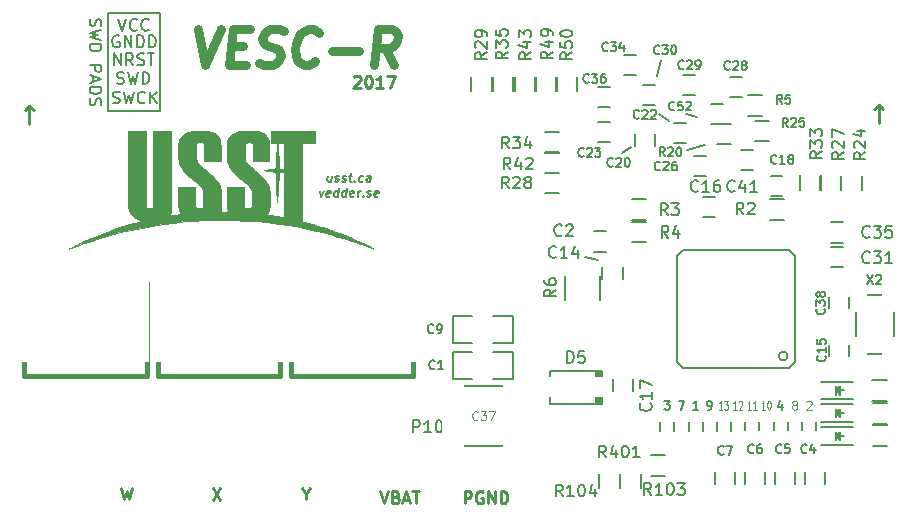
<source format=gto>
G04 #@! TF.FileFunction,Legend,Top*
%FSLAX46Y46*%
G04 Gerber Fmt 4.6, Leading zero omitted, Abs format (unit mm)*
G04 Created by KiCad (PCBNEW 4.0.4-stable) date 05/10/17 13:17:29*
%MOMM*%
%LPD*%
G01*
G04 APERTURE LIST*
%ADD10C,0.150000*%
%ADD11C,0.250000*%
%ADD12C,0.750000*%
%ADD13C,0.127000*%
%ADD14C,0.381000*%
%ADD15C,0.200660*%
%ADD16C,0.010000*%
%ADD17C,0.119380*%
%ADD18C,0.190500*%
%ADD19C,0.125000*%
%ADD20R,1.000000X1.250000*%
%ADD21R,1.300480X0.300000*%
%ADD22R,0.300000X1.300480*%
%ADD23R,1.524000X2.032000*%
%ADD24R,1.250000X1.000000*%
%ADD25R,1.849120X5.499100*%
%ADD26R,1.198880X1.198880*%
%ADD27R,2.100580X1.699260*%
%ADD28R,10.800080X8.150860*%
%ADD29R,0.899160X3.200400*%
%ADD30R,0.700000X1.300000*%
%ADD31R,1.300000X0.700000*%
%ADD32R,1.198880X1.800860*%
%ADD33C,1.500000*%
%ADD34R,2.500000X0.900000*%
%ADD35R,0.750000X0.800000*%
%ADD36R,6.360000X5.500000*%
%ADD37R,1.650000X5.500000*%
G04 APERTURE END LIST*
D10*
D11*
X137600000Y-110794762D02*
X137600000Y-109270952D01*
X137980952Y-109651905D02*
X137600000Y-109270952D01*
X137219047Y-109651905D01*
X65659000Y-110886762D02*
X65659000Y-109362952D01*
X66039952Y-109743905D02*
X65659000Y-109362952D01*
X65278047Y-109743905D01*
D10*
X91293590Y-115279786D02*
X91231090Y-115779786D01*
X90972161Y-115279786D02*
X90923054Y-115672643D01*
X90949841Y-115744071D01*
X91016804Y-115779786D01*
X91123947Y-115779786D01*
X91199841Y-115744071D01*
X91240019Y-115708357D01*
X91556983Y-115744071D02*
X91623947Y-115779786D01*
X91766804Y-115779786D01*
X91842697Y-115744071D01*
X91887340Y-115672643D01*
X91891804Y-115636929D01*
X91865018Y-115565500D01*
X91798054Y-115529786D01*
X91690911Y-115529786D01*
X91623947Y-115494071D01*
X91597161Y-115422643D01*
X91601625Y-115386929D01*
X91646268Y-115315500D01*
X91722161Y-115279786D01*
X91829304Y-115279786D01*
X91896268Y-115315500D01*
X92164126Y-115744071D02*
X92231090Y-115779786D01*
X92373947Y-115779786D01*
X92449840Y-115744071D01*
X92494483Y-115672643D01*
X92498947Y-115636929D01*
X92472161Y-115565500D01*
X92405197Y-115529786D01*
X92298054Y-115529786D01*
X92231090Y-115494071D01*
X92204304Y-115422643D01*
X92208768Y-115386929D01*
X92253411Y-115315500D01*
X92329304Y-115279786D01*
X92436447Y-115279786D01*
X92503411Y-115315500D01*
X92757876Y-115279786D02*
X93043590Y-115279786D01*
X92896268Y-115029786D02*
X92815911Y-115672643D01*
X92842698Y-115744071D01*
X92909661Y-115779786D01*
X92981090Y-115779786D01*
X93240018Y-115708357D02*
X93271269Y-115744071D01*
X93231089Y-115779786D01*
X93199840Y-115744071D01*
X93240018Y-115708357D01*
X93231089Y-115779786D01*
X93914126Y-115744071D02*
X93838232Y-115779786D01*
X93695375Y-115779786D01*
X93628412Y-115744071D01*
X93597161Y-115708357D01*
X93570375Y-115636929D01*
X93597161Y-115422643D01*
X93641804Y-115351214D01*
X93681983Y-115315500D01*
X93757875Y-115279786D01*
X93900732Y-115279786D01*
X93967697Y-115315500D01*
X94552518Y-115779786D02*
X94601625Y-115386929D01*
X94574840Y-115315500D01*
X94507875Y-115279786D01*
X94365018Y-115279786D01*
X94289125Y-115315500D01*
X94556983Y-115744071D02*
X94481089Y-115779786D01*
X94302518Y-115779786D01*
X94235554Y-115744071D01*
X94208768Y-115672643D01*
X94217697Y-115601214D01*
X94262339Y-115529786D01*
X94338233Y-115494071D01*
X94516804Y-115494071D01*
X94592697Y-115458357D01*
X90257875Y-116554786D02*
X90373946Y-117054786D01*
X90615018Y-116554786D01*
X91128412Y-117019071D02*
X91052518Y-117054786D01*
X90909661Y-117054786D01*
X90842697Y-117019071D01*
X90815911Y-116947643D01*
X90851625Y-116661929D01*
X90896268Y-116590500D01*
X90972161Y-116554786D01*
X91115018Y-116554786D01*
X91181983Y-116590500D01*
X91208768Y-116661929D01*
X91199840Y-116733357D01*
X90833768Y-116804786D01*
X91802518Y-117054786D02*
X91896268Y-116304786D01*
X91806983Y-117019071D02*
X91731089Y-117054786D01*
X91588232Y-117054786D01*
X91521269Y-117019071D01*
X91490018Y-116983357D01*
X91463232Y-116911929D01*
X91490018Y-116697643D01*
X91534661Y-116626214D01*
X91574840Y-116590500D01*
X91650732Y-116554786D01*
X91793589Y-116554786D01*
X91860554Y-116590500D01*
X92481089Y-117054786D02*
X92574839Y-116304786D01*
X92485554Y-117019071D02*
X92409660Y-117054786D01*
X92266803Y-117054786D01*
X92199840Y-117019071D01*
X92168589Y-116983357D01*
X92141803Y-116911929D01*
X92168589Y-116697643D01*
X92213232Y-116626214D01*
X92253411Y-116590500D01*
X92329303Y-116554786D01*
X92472160Y-116554786D01*
X92539125Y-116590500D01*
X93128411Y-117019071D02*
X93052517Y-117054786D01*
X92909660Y-117054786D01*
X92842696Y-117019071D01*
X92815910Y-116947643D01*
X92851624Y-116661929D01*
X92896267Y-116590500D01*
X92972160Y-116554786D01*
X93115017Y-116554786D01*
X93181982Y-116590500D01*
X93208767Y-116661929D01*
X93199839Y-116733357D01*
X92833767Y-116804786D01*
X93481088Y-117054786D02*
X93543588Y-116554786D01*
X93525731Y-116697643D02*
X93570375Y-116626214D01*
X93610553Y-116590500D01*
X93686446Y-116554786D01*
X93757874Y-116554786D01*
X93954303Y-116983357D02*
X93985554Y-117019071D01*
X93945374Y-117054786D01*
X93914125Y-117019071D01*
X93954303Y-116983357D01*
X93945374Y-117054786D01*
X94271268Y-117019071D02*
X94338232Y-117054786D01*
X94481089Y-117054786D01*
X94556982Y-117019071D01*
X94601625Y-116947643D01*
X94606089Y-116911929D01*
X94579303Y-116840500D01*
X94512339Y-116804786D01*
X94405196Y-116804786D01*
X94338232Y-116769071D01*
X94311446Y-116697643D01*
X94315910Y-116661929D01*
X94360553Y-116590500D01*
X94436446Y-116554786D01*
X94543589Y-116554786D01*
X94610553Y-116590500D01*
X95199840Y-117019071D02*
X95123946Y-117054786D01*
X94981089Y-117054786D01*
X94914125Y-117019071D01*
X94887339Y-116947643D01*
X94923053Y-116661929D01*
X94967696Y-116590500D01*
X95043589Y-116554786D01*
X95186446Y-116554786D01*
X95253411Y-116590500D01*
X95280196Y-116661929D01*
X95271268Y-116733357D01*
X94905196Y-116804786D01*
D11*
X102544786Y-143009881D02*
X102544786Y-142009881D01*
X102925739Y-142009881D01*
X103020977Y-142057500D01*
X103068596Y-142105119D01*
X103116215Y-142200357D01*
X103116215Y-142343214D01*
X103068596Y-142438452D01*
X103020977Y-142486071D01*
X102925739Y-142533690D01*
X102544786Y-142533690D01*
X104068596Y-142057500D02*
X103973358Y-142009881D01*
X103830501Y-142009881D01*
X103687643Y-142057500D01*
X103592405Y-142152738D01*
X103544786Y-142247976D01*
X103497167Y-142438452D01*
X103497167Y-142581310D01*
X103544786Y-142771786D01*
X103592405Y-142867024D01*
X103687643Y-142962262D01*
X103830501Y-143009881D01*
X103925739Y-143009881D01*
X104068596Y-142962262D01*
X104116215Y-142914643D01*
X104116215Y-142581310D01*
X103925739Y-142581310D01*
X104544786Y-143009881D02*
X104544786Y-142009881D01*
X105116215Y-143009881D01*
X105116215Y-142009881D01*
X105592405Y-143009881D02*
X105592405Y-142009881D01*
X105830500Y-142009881D01*
X105973358Y-142057500D01*
X106068596Y-142152738D01*
X106116215Y-142247976D01*
X106163834Y-142438452D01*
X106163834Y-142581310D01*
X106116215Y-142771786D01*
X106068596Y-142867024D01*
X105973358Y-142962262D01*
X105830500Y-143009881D01*
X105592405Y-143009881D01*
X95385143Y-142009881D02*
X95718476Y-143009881D01*
X96051810Y-142009881D01*
X96718477Y-142486071D02*
X96861334Y-142533690D01*
X96908953Y-142581310D01*
X96956572Y-142676548D01*
X96956572Y-142819405D01*
X96908953Y-142914643D01*
X96861334Y-142962262D01*
X96766096Y-143009881D01*
X96385143Y-143009881D01*
X96385143Y-142009881D01*
X96718477Y-142009881D01*
X96813715Y-142057500D01*
X96861334Y-142105119D01*
X96908953Y-142200357D01*
X96908953Y-142295595D01*
X96861334Y-142390833D01*
X96813715Y-142438452D01*
X96718477Y-142486071D01*
X96385143Y-142486071D01*
X97337524Y-142724167D02*
X97813715Y-142724167D01*
X97242286Y-143009881D02*
X97575619Y-142009881D01*
X97908953Y-143009881D01*
X98099429Y-142009881D02*
X98670858Y-142009881D01*
X98385143Y-143009881D02*
X98385143Y-142009881D01*
X89090500Y-142216190D02*
X89090500Y-142692381D01*
X88757167Y-141692381D02*
X89090500Y-142216190D01*
X89423834Y-141692381D01*
X81200667Y-141755881D02*
X81867334Y-142755881D01*
X81867334Y-141755881D02*
X81200667Y-142755881D01*
X73485429Y-141692381D02*
X73723524Y-142692381D01*
X73914001Y-141978095D01*
X74104477Y-142692381D01*
X74342572Y-141692381D01*
X93154714Y-106926119D02*
X93202333Y-106878500D01*
X93297571Y-106830881D01*
X93535667Y-106830881D01*
X93630905Y-106878500D01*
X93678524Y-106926119D01*
X93726143Y-107021357D01*
X93726143Y-107116595D01*
X93678524Y-107259452D01*
X93107095Y-107830881D01*
X93726143Y-107830881D01*
X94345190Y-106830881D02*
X94440429Y-106830881D01*
X94535667Y-106878500D01*
X94583286Y-106926119D01*
X94630905Y-107021357D01*
X94678524Y-107211833D01*
X94678524Y-107449929D01*
X94630905Y-107640405D01*
X94583286Y-107735643D01*
X94535667Y-107783262D01*
X94440429Y-107830881D01*
X94345190Y-107830881D01*
X94249952Y-107783262D01*
X94202333Y-107735643D01*
X94154714Y-107640405D01*
X94107095Y-107449929D01*
X94107095Y-107211833D01*
X94154714Y-107021357D01*
X94202333Y-106926119D01*
X94249952Y-106878500D01*
X94345190Y-106830881D01*
X95630905Y-107830881D02*
X95059476Y-107830881D01*
X95345190Y-107830881D02*
X95345190Y-106830881D01*
X95249952Y-106973738D01*
X95154714Y-107068976D01*
X95059476Y-107116595D01*
X95964238Y-106830881D02*
X96630905Y-106830881D01*
X96202333Y-107830881D01*
D12*
X79954499Y-102878143D02*
X80579499Y-105878143D01*
X81954499Y-102878143D01*
X82775929Y-104306714D02*
X83775929Y-104306714D01*
X84008071Y-105878143D02*
X82579500Y-105878143D01*
X82954500Y-102878143D01*
X84383071Y-102878143D01*
X85168786Y-105735286D02*
X85579500Y-105878143D01*
X86293786Y-105878143D01*
X86597357Y-105735286D01*
X86758071Y-105592429D01*
X86936643Y-105306714D01*
X86972357Y-105021000D01*
X86865214Y-104735286D01*
X86740214Y-104592429D01*
X86472358Y-104449571D01*
X85918786Y-104306714D01*
X85650929Y-104163857D01*
X85525929Y-104021000D01*
X85418786Y-103735286D01*
X85454501Y-103449571D01*
X85633072Y-103163857D01*
X85793786Y-103021000D01*
X86097357Y-102878143D01*
X86811643Y-102878143D01*
X87222357Y-103021000D01*
X89900928Y-105592429D02*
X89740214Y-105735286D01*
X89293786Y-105878143D01*
X89008072Y-105878143D01*
X88597357Y-105735286D01*
X88347358Y-105449571D01*
X88240215Y-105163857D01*
X88168786Y-104592429D01*
X88222358Y-104163857D01*
X88436643Y-103592429D01*
X88615215Y-103306714D01*
X88936643Y-103021000D01*
X89383072Y-102878143D01*
X89668786Y-102878143D01*
X90079500Y-103021000D01*
X90204500Y-103163857D01*
X91293786Y-104735286D02*
X93579500Y-104735286D01*
X96579500Y-105878143D02*
X95758072Y-104449571D01*
X94865215Y-105878143D02*
X95240215Y-102878143D01*
X96383072Y-102878143D01*
X96650929Y-103021000D01*
X96775929Y-103163857D01*
X96883072Y-103449571D01*
X96829500Y-103878143D01*
X96650929Y-104163857D01*
X96490215Y-104306714D01*
X96186644Y-104449571D01*
X95043787Y-104449571D01*
D10*
X70842238Y-102021143D02*
X70794619Y-102164000D01*
X70794619Y-102402096D01*
X70842238Y-102497334D01*
X70889857Y-102544953D01*
X70985095Y-102592572D01*
X71080333Y-102592572D01*
X71175571Y-102544953D01*
X71223190Y-102497334D01*
X71270810Y-102402096D01*
X71318429Y-102211619D01*
X71366048Y-102116381D01*
X71413667Y-102068762D01*
X71508905Y-102021143D01*
X71604143Y-102021143D01*
X71699381Y-102068762D01*
X71747000Y-102116381D01*
X71794619Y-102211619D01*
X71794619Y-102449715D01*
X71747000Y-102592572D01*
X71794619Y-102925905D02*
X70794619Y-103164000D01*
X71508905Y-103354477D01*
X70794619Y-103544953D01*
X71794619Y-103783048D01*
X70794619Y-104164000D02*
X71794619Y-104164000D01*
X71794619Y-104402095D01*
X71747000Y-104544953D01*
X71651762Y-104640191D01*
X71556524Y-104687810D01*
X71366048Y-104735429D01*
X71223190Y-104735429D01*
X71032714Y-104687810D01*
X70937476Y-104640191D01*
X70842238Y-104544953D01*
X70794619Y-104402095D01*
X70794619Y-104164000D01*
X70794619Y-105925905D02*
X71794619Y-105925905D01*
X71794619Y-106306858D01*
X71747000Y-106402096D01*
X71699381Y-106449715D01*
X71604143Y-106497334D01*
X71461286Y-106497334D01*
X71366048Y-106449715D01*
X71318429Y-106402096D01*
X71270810Y-106306858D01*
X71270810Y-105925905D01*
X71080333Y-106878286D02*
X71080333Y-107354477D01*
X70794619Y-106783048D02*
X71794619Y-107116381D01*
X70794619Y-107449715D01*
X70794619Y-107783048D02*
X71794619Y-107783048D01*
X71794619Y-108021143D01*
X71747000Y-108164001D01*
X71651762Y-108259239D01*
X71556524Y-108306858D01*
X71366048Y-108354477D01*
X71223190Y-108354477D01*
X71032714Y-108306858D01*
X70937476Y-108259239D01*
X70842238Y-108164001D01*
X70794619Y-108021143D01*
X70794619Y-107783048D01*
X70842238Y-108735429D02*
X70794619Y-108878286D01*
X70794619Y-109116382D01*
X70842238Y-109211620D01*
X70889857Y-109259239D01*
X70985095Y-109306858D01*
X71080333Y-109306858D01*
X71175571Y-109259239D01*
X71223190Y-109211620D01*
X71270810Y-109116382D01*
X71318429Y-108925905D01*
X71366048Y-108830667D01*
X71413667Y-108783048D01*
X71508905Y-108735429D01*
X71604143Y-108735429D01*
X71699381Y-108783048D01*
X71747000Y-108830667D01*
X71794619Y-108925905D01*
X71794619Y-109164001D01*
X71747000Y-109306858D01*
X72326500Y-101536500D02*
X72326500Y-109791500D01*
X76771500Y-101536500D02*
X72326500Y-101536500D01*
X76771500Y-109791500D02*
X76771500Y-101536500D01*
X72326500Y-109791500D02*
X76771500Y-109791500D01*
X112712500Y-122174000D02*
X113855500Y-122428000D01*
X115824000Y-113347500D02*
X116586000Y-112839500D01*
X121285000Y-110045500D02*
X122174000Y-110299500D01*
X118999000Y-110045500D02*
X119824500Y-110617000D01*
X121348500Y-113093500D02*
X122872500Y-112649000D01*
X119189500Y-105473500D02*
X118808500Y-106870500D01*
X116035200Y-106742600D02*
X117035200Y-106742600D01*
X117035200Y-105042600D02*
X116035200Y-105042600D01*
D13*
X130520440Y-122069860D02*
X130520440Y-131061460D01*
X130012440Y-121561860D02*
X121020840Y-121561860D01*
X120512840Y-131061460D02*
X120512840Y-122069860D01*
X130012440Y-131569460D02*
X121020840Y-131569460D01*
X129885440Y-130553460D02*
G75*
G03X129885440Y-130553460I-381000J0D01*
G01*
X130520440Y-131061460D02*
X130012440Y-131569460D01*
X130012440Y-121561860D02*
X130520440Y-122069860D01*
X120512840Y-122069860D02*
X121020840Y-121561860D01*
X121020840Y-131569460D02*
X120512840Y-131061460D01*
X106629200Y-132486400D02*
X106629200Y-130200400D01*
X106629200Y-130200400D02*
X104978200Y-130200400D01*
X103200200Y-132486400D02*
X101549200Y-132486400D01*
X101549200Y-132486400D02*
X101549200Y-130200400D01*
X101549200Y-130200400D02*
X103200200Y-130200400D01*
X104978200Y-132486400D02*
X106629200Y-132486400D01*
D10*
X114469800Y-120003200D02*
X113469800Y-120003200D01*
X113469800Y-121703200D02*
X114469800Y-121703200D01*
X133031600Y-141368400D02*
X133031600Y-140368400D01*
X131331600Y-140368400D02*
X131331600Y-141368400D01*
X130491600Y-141393800D02*
X130491600Y-140393800D01*
X128791600Y-140393800D02*
X128791600Y-141393800D01*
X127951600Y-141368400D02*
X127951600Y-140368400D01*
X126251600Y-140368400D02*
X126251600Y-141368400D01*
X125411600Y-141368400D02*
X125411600Y-140368400D01*
X123711600Y-140368400D02*
X123711600Y-141368400D01*
D13*
X106629200Y-129463800D02*
X106629200Y-127177800D01*
X106629200Y-127177800D02*
X104978200Y-127177800D01*
X103200200Y-129463800D02*
X101549200Y-129463800D01*
X101549200Y-129463800D02*
X101549200Y-127177800D01*
X101549200Y-127177800D02*
X103200200Y-127177800D01*
X104978200Y-129463800D02*
X106629200Y-129463800D01*
D10*
X114212000Y-122985400D02*
X114212000Y-123985400D01*
X115912000Y-123985400D02*
X115912000Y-122985400D01*
X135089000Y-130573400D02*
X135089000Y-129573400D01*
X133389000Y-129573400D02*
X133389000Y-130573400D01*
X123740800Y-117082200D02*
X122740800Y-117082200D01*
X122740800Y-118782200D02*
X123740800Y-118782200D01*
X115126400Y-132485000D02*
X115126400Y-133485000D01*
X116826400Y-133485000D02*
X116826400Y-132485000D01*
X118629800Y-112745900D02*
X118629800Y-111745900D01*
X116929800Y-111745900D02*
X116929800Y-112745900D01*
X120277000Y-112483000D02*
X121277000Y-112483000D01*
X121277000Y-110783000D02*
X120277000Y-110783000D01*
X114825400Y-110757600D02*
X113825400Y-110757600D01*
X113825400Y-112457600D02*
X114825400Y-112457600D01*
X122953400Y-113577000D02*
X121953400Y-113577000D01*
X121953400Y-115277000D02*
X122953400Y-115277000D01*
X125985400Y-106896800D02*
X124985400Y-106896800D01*
X124985400Y-108596800D02*
X125985400Y-108596800D01*
X122064400Y-106719000D02*
X121064400Y-106719000D01*
X121064400Y-108419000D02*
X122064400Y-108419000D01*
X118660800Y-107608000D02*
X117660800Y-107608000D01*
X117660800Y-109308000D02*
X118660800Y-109308000D01*
X133586600Y-122998600D02*
X134586600Y-122998600D01*
X134586600Y-121298600D02*
X133586600Y-121298600D01*
X133596000Y-120941200D02*
X134596000Y-120941200D01*
X134596000Y-119241200D02*
X133596000Y-119241200D01*
X113838100Y-109498500D02*
X114838100Y-109498500D01*
X114838100Y-107798500D02*
X113838100Y-107798500D01*
D13*
X106273600Y-133096000D02*
X106273600Y-138176000D01*
X101955600Y-133096000D02*
X101955600Y-138176000D01*
X101320600Y-133096000D02*
X106908600Y-133096000D01*
X106908600Y-133096000D02*
X106908600Y-138176000D01*
X106908600Y-138176000D02*
X101320600Y-138176000D01*
X101320600Y-138176000D02*
X101320600Y-133096000D01*
D10*
X133389000Y-125518800D02*
X133389000Y-126518800D01*
X135089000Y-126518800D02*
X135089000Y-125518800D01*
X128439800Y-116978800D02*
X129439800Y-116978800D01*
X129439800Y-115278800D02*
X128439800Y-115278800D01*
X123375800Y-110908200D02*
X124375800Y-110908200D01*
X124375800Y-109208200D02*
X123375800Y-109208200D01*
X132715200Y-136144700D02*
X135415200Y-136144700D01*
X132715200Y-134644700D02*
X135415200Y-134644700D01*
X134215200Y-135544700D02*
X134215200Y-135294700D01*
X134215200Y-135294700D02*
X134065200Y-135444700D01*
X133965200Y-135044700D02*
X133965200Y-135744700D01*
X134315200Y-135394700D02*
X134665200Y-135394700D01*
X133965200Y-135394700D02*
X134315200Y-135044700D01*
X134315200Y-135044700D02*
X134315200Y-135744700D01*
X134315200Y-135744700D02*
X133965200Y-135394700D01*
X132715200Y-134214300D02*
X135415200Y-134214300D01*
X132715200Y-132714300D02*
X135415200Y-132714300D01*
X134215200Y-133614300D02*
X134215200Y-133364300D01*
X134215200Y-133364300D02*
X134065200Y-133514300D01*
X133965200Y-133114300D02*
X133965200Y-133814300D01*
X134315200Y-133464300D02*
X134665200Y-133464300D01*
X133965200Y-133464300D02*
X134315200Y-133114300D01*
X134315200Y-133114300D02*
X134315200Y-133814300D01*
X134315200Y-133814300D02*
X133965200Y-133464300D01*
X132740600Y-138049700D02*
X135440600Y-138049700D01*
X132740600Y-136549700D02*
X135440600Y-136549700D01*
X134240600Y-137449700D02*
X134240600Y-137199700D01*
X134240600Y-137199700D02*
X134090600Y-137349700D01*
X133990600Y-136949700D02*
X133990600Y-137649700D01*
X134340600Y-137299700D02*
X134690600Y-137299700D01*
X133990600Y-137299700D02*
X134340600Y-136949700D01*
X134340600Y-136949700D02*
X134340600Y-137649700D01*
X134340600Y-137649700D02*
X133990600Y-137299700D01*
D13*
X114066320Y-134597140D02*
X114066320Y-131798060D01*
X113964720Y-131798060D02*
X113964720Y-134597140D01*
X113865660Y-134597140D02*
X113865660Y-131798060D01*
X113766600Y-131798060D02*
X113766600Y-134597140D01*
X113665000Y-131798060D02*
X113665000Y-134597140D01*
X114165380Y-131798060D02*
X109766100Y-131798060D01*
X109766100Y-131798060D02*
X109766100Y-134597140D01*
X109766100Y-134597140D02*
X114165380Y-134597140D01*
X114165380Y-134597140D02*
X114165380Y-131798060D01*
D14*
X75639380Y-132199380D02*
X65240620Y-132199380D01*
X65240620Y-132199380D02*
X65240620Y-124401580D01*
X65240620Y-124401580D02*
X67640920Y-123101100D01*
X67640920Y-123101100D02*
X73239080Y-123101100D01*
X73239080Y-123101100D02*
X75639380Y-124401580D01*
X75639380Y-124401580D02*
X75639380Y-132199380D01*
X86949380Y-132199380D02*
X76550620Y-132199380D01*
X76550620Y-132199380D02*
X76550620Y-124401580D01*
X76550620Y-124401580D02*
X78950920Y-123101100D01*
X78950920Y-123101100D02*
X84549080Y-123101100D01*
X84549080Y-123101100D02*
X86949380Y-124401580D01*
X86949380Y-124401580D02*
X86949380Y-132199380D01*
X98199380Y-132199380D02*
X87800620Y-132199380D01*
X87800620Y-132199380D02*
X87800620Y-124401580D01*
X87800620Y-124401580D02*
X90200920Y-123101100D01*
X90200920Y-123101100D02*
X95799080Y-123101100D01*
X95799080Y-123101100D02*
X98199380Y-124401580D01*
X98199380Y-124401580D02*
X98199380Y-132199380D01*
D10*
X128371000Y-117260400D02*
X129571000Y-117260400D01*
X129571000Y-119010400D02*
X128371000Y-119010400D01*
X117897200Y-119010400D02*
X116697200Y-119010400D01*
X116697200Y-117260400D02*
X117897200Y-117260400D01*
X117897200Y-120915400D02*
X116697200Y-120915400D01*
X116697200Y-119165400D02*
X117897200Y-119165400D01*
X123910800Y-110885000D02*
X125110800Y-110885000D01*
X125110800Y-112635000D02*
X123910800Y-112635000D01*
X138293400Y-138174700D02*
X137093400Y-138174700D01*
X137093400Y-136424700D02*
X138293400Y-136424700D01*
X134405400Y-116474800D02*
X134405400Y-115274800D01*
X136155400Y-115274800D02*
X136155400Y-116474800D01*
X128298500Y-112381000D02*
X127098500Y-112381000D01*
X127098500Y-110631000D02*
X128298500Y-110631000D01*
X110518500Y-116775200D02*
X109318500Y-116775200D01*
X109318500Y-115025200D02*
X110518500Y-115025200D01*
X104837200Y-106930900D02*
X104837200Y-108130900D01*
X103087200Y-108130900D02*
X103087200Y-106930900D01*
X130925600Y-116459600D02*
X130925600Y-115259600D01*
X132675600Y-115259600D02*
X132675600Y-116459600D01*
X110543900Y-113358900D02*
X109343900Y-113358900D01*
X109343900Y-111608900D02*
X110543900Y-111608900D01*
X106653300Y-106930900D02*
X106653300Y-108130900D01*
X104903300Y-108130900D02*
X104903300Y-106930900D01*
X138293400Y-136269700D02*
X137093400Y-136269700D01*
X137093400Y-134519700D02*
X138293400Y-134519700D01*
X138268000Y-134339300D02*
X137068000Y-134339300D01*
X137068000Y-132589300D02*
X138268000Y-132589300D01*
X110531200Y-115060700D02*
X109331200Y-115060700D01*
X109331200Y-113310700D02*
X110531200Y-113310700D01*
X108520200Y-106930900D02*
X108520200Y-108130900D01*
X106770200Y-108130900D02*
X106770200Y-106930900D01*
X110336300Y-106918200D02*
X110336300Y-108118200D01*
X108586300Y-108118200D02*
X108586300Y-106918200D01*
X112063500Y-106930900D02*
X112063500Y-108130900D01*
X110313500Y-108130900D02*
X110313500Y-106930900D01*
X115711000Y-141712200D02*
X115711000Y-140512200D01*
X117461000Y-140512200D02*
X117461000Y-141712200D01*
X113933000Y-141712200D02*
X113933000Y-140512200D01*
X115683000Y-140512200D02*
X115683000Y-141712200D01*
X119522800Y-140676600D02*
X118322800Y-140676600D01*
X118322800Y-138926600D02*
X119522800Y-138926600D01*
D15*
X135661400Y-130413760D02*
X135661400Y-125415040D01*
X135661400Y-125415040D02*
X138861800Y-125415040D01*
X138861800Y-125415040D02*
X138861800Y-130413760D01*
X138861800Y-130413760D02*
X135661400Y-130413760D01*
D10*
X127691400Y-110196600D02*
X126491400Y-110196600D01*
X126491400Y-108446600D02*
X127691400Y-108446600D01*
X132652800Y-116474800D02*
X132652800Y-115274800D01*
X134402800Y-115274800D02*
X134402800Y-116474800D01*
X113997000Y-123764800D02*
X113997000Y-125764800D01*
X111047000Y-125764800D02*
X111047000Y-123764800D01*
X121507960Y-136875000D02*
X121507960Y-136175000D01*
X122707960Y-136175000D02*
X122707960Y-136875000D01*
X131083760Y-136824200D02*
X131083760Y-136124200D01*
X132283760Y-136124200D02*
X132283760Y-136824200D01*
X119094960Y-136875000D02*
X119094960Y-136175000D01*
X120294960Y-136175000D02*
X120294960Y-136875000D01*
X128696160Y-136824200D02*
X128696160Y-136124200D01*
X129896160Y-136124200D02*
X129896160Y-136824200D01*
X120304000Y-136875000D02*
X120304000Y-136175000D01*
X121504000Y-136175000D02*
X121504000Y-136875000D01*
X129889960Y-136824200D02*
X129889960Y-136124200D01*
X131089960Y-136124200D02*
X131089960Y-136824200D01*
X127492200Y-136849600D02*
X127492200Y-136149600D01*
X128692200Y-136149600D02*
X128692200Y-136849600D01*
X126288240Y-136849600D02*
X126288240Y-136149600D01*
X127488240Y-136149600D02*
X127488240Y-136849600D01*
X125079200Y-136849600D02*
X125079200Y-136149600D01*
X126279200Y-136149600D02*
X126279200Y-136849600D01*
X123885400Y-136861600D02*
X123885400Y-136161600D01*
X125085400Y-136161600D02*
X125085400Y-136861600D01*
X122691600Y-136875000D02*
X122691600Y-136175000D01*
X123891600Y-136175000D02*
X123891600Y-136875000D01*
X126941200Y-113119800D02*
X125941200Y-113119800D01*
X125941200Y-114819800D02*
X126941200Y-114819800D01*
D16*
G36*
X80234861Y-111458918D02*
X80384238Y-111463198D01*
X80513197Y-111469541D01*
X80626675Y-111478496D01*
X80729609Y-111490610D01*
X80826934Y-111506430D01*
X80923588Y-111526503D01*
X80991073Y-111542767D01*
X81169338Y-111597100D01*
X81326329Y-111664876D01*
X81462583Y-111746518D01*
X81578634Y-111842452D01*
X81675019Y-111953101D01*
X81752274Y-112078890D01*
X81796861Y-112180419D01*
X81812393Y-112222898D01*
X81825778Y-112263099D01*
X81837176Y-112303224D01*
X81846744Y-112345476D01*
X81854643Y-112392054D01*
X81861031Y-112445161D01*
X81866067Y-112506997D01*
X81869911Y-112579765D01*
X81872722Y-112665665D01*
X81874658Y-112766900D01*
X81875879Y-112885669D01*
X81876544Y-113024176D01*
X81876812Y-113184621D01*
X81876848Y-113287175D01*
X81876900Y-114046000D01*
X80505300Y-114046000D01*
X80505300Y-113337490D01*
X80505299Y-112628981D01*
X80476725Y-112572315D01*
X80436936Y-112521127D01*
X80376739Y-112483129D01*
X80297691Y-112458759D01*
X80201349Y-112448451D01*
X80089271Y-112452644D01*
X80060822Y-112455780D01*
X79981394Y-112468974D01*
X79922349Y-112487632D01*
X79878865Y-112514068D01*
X79846121Y-112550594D01*
X79838550Y-112562397D01*
X79832837Y-112572702D01*
X79828052Y-112584497D01*
X79824111Y-112599986D01*
X79820933Y-112621372D01*
X79818436Y-112650857D01*
X79816539Y-112690644D01*
X79815158Y-112742936D01*
X79814213Y-112809936D01*
X79813622Y-112893846D01*
X79813302Y-112996870D01*
X79813172Y-113121211D01*
X79813150Y-113245900D01*
X79813186Y-113398291D01*
X79813456Y-113527619D01*
X79814199Y-113636217D01*
X79815654Y-113726423D01*
X79818059Y-113800571D01*
X79821655Y-113860997D01*
X79826681Y-113910037D01*
X79833376Y-113950027D01*
X79841980Y-113983302D01*
X79852730Y-114012197D01*
X79865868Y-114039049D01*
X79881632Y-114066193D01*
X79900239Y-114095929D01*
X79922739Y-114130249D01*
X79946924Y-114164081D01*
X79974267Y-114198845D01*
X80006242Y-114235959D01*
X80044321Y-114276845D01*
X80089979Y-114322922D01*
X80144687Y-114375609D01*
X80209920Y-114436328D01*
X80287151Y-114506496D01*
X80377853Y-114587534D01*
X80483498Y-114680863D01*
X80605561Y-114787901D01*
X80740250Y-114905479D01*
X80911895Y-115056852D01*
X81064200Y-115195087D01*
X81198564Y-115321711D01*
X81316385Y-115438250D01*
X81419061Y-115546232D01*
X81507991Y-115647184D01*
X81584573Y-115742633D01*
X81650206Y-115834107D01*
X81706289Y-115923131D01*
X81754219Y-116011233D01*
X81755856Y-116014500D01*
X81790427Y-116087424D01*
X81820337Y-116159705D01*
X81845866Y-116233659D01*
X81867296Y-116311600D01*
X81884907Y-116395842D01*
X81898978Y-116488702D01*
X81909791Y-116592493D01*
X81917626Y-116709531D01*
X81922763Y-116842130D01*
X81925484Y-116992606D01*
X81926067Y-117163273D01*
X81924795Y-117356445D01*
X81924268Y-117404462D01*
X81922253Y-117554539D01*
X81919849Y-117682028D01*
X81916831Y-117789744D01*
X81912976Y-117880500D01*
X81908058Y-117957108D01*
X81901853Y-118022381D01*
X81894138Y-118079132D01*
X81884687Y-118130175D01*
X81873278Y-118178322D01*
X81859684Y-118226385D01*
X81858393Y-118230650D01*
X81847405Y-118268378D01*
X81840343Y-118295724D01*
X81838937Y-118303675D01*
X81851044Y-118306227D01*
X81885222Y-118308520D01*
X81938143Y-118310460D01*
X82006478Y-118311950D01*
X82086900Y-118312895D01*
X82169855Y-118313200D01*
X82270112Y-118313104D01*
X82347752Y-118312690D01*
X82405556Y-118311767D01*
X82446309Y-118310144D01*
X82472791Y-118307630D01*
X82487786Y-118304034D01*
X82494077Y-118299166D01*
X82494444Y-118292834D01*
X82493929Y-118290975D01*
X82470048Y-118204744D01*
X82448101Y-118107118D01*
X82430797Y-118011050D01*
X82422855Y-117951250D01*
X82420703Y-117918237D01*
X82418666Y-117862387D01*
X82416778Y-117786262D01*
X82415075Y-117692426D01*
X82413590Y-117583441D01*
X82412358Y-117461869D01*
X82411414Y-117330274D01*
X82410791Y-117191217D01*
X82410525Y-117047263D01*
X82410520Y-117033675D01*
X82410300Y-116230400D01*
X83844867Y-116230400D01*
X83848308Y-117065425D01*
X83848925Y-117236190D01*
X83849430Y-117383411D01*
X83850066Y-117508940D01*
X83851080Y-117614630D01*
X83852715Y-117702335D01*
X83855216Y-117773907D01*
X83858827Y-117831199D01*
X83863795Y-117876065D01*
X83870362Y-117910356D01*
X83878774Y-117935926D01*
X83889276Y-117954629D01*
X83902112Y-117968316D01*
X83917527Y-117978841D01*
X83935766Y-117988056D01*
X83957072Y-117997816D01*
X83972400Y-118005187D01*
X84005169Y-118020547D01*
X84034606Y-118030624D01*
X84067487Y-118036515D01*
X84110589Y-118039317D01*
X84170688Y-118040129D01*
X84188300Y-118040150D01*
X84279316Y-118037517D01*
X84350420Y-118028634D01*
X84406645Y-118012021D01*
X84453028Y-117986201D01*
X84493935Y-117950381D01*
X84537550Y-117905377D01*
X84537550Y-116566950D01*
X84492034Y-116471700D01*
X84466322Y-116421737D01*
X84436552Y-116372018D01*
X84401263Y-116321045D01*
X84358991Y-116267324D01*
X84308273Y-116209357D01*
X84247646Y-116145648D01*
X84175647Y-116074702D01*
X84090813Y-115995022D01*
X83991681Y-115905112D01*
X83876788Y-115803476D01*
X83744672Y-115688618D01*
X83629221Y-115589314D01*
X83454288Y-115437659D01*
X83299153Y-115299442D01*
X83162745Y-115173620D01*
X83043993Y-115059152D01*
X82941828Y-114954993D01*
X82855179Y-114860102D01*
X82782975Y-114773436D01*
X82757400Y-114740174D01*
X82681521Y-114630769D01*
X82610619Y-114513135D01*
X82548673Y-114394585D01*
X82499659Y-114282434D01*
X82482359Y-114234430D01*
X82469181Y-114193359D01*
X82457886Y-114154138D01*
X82448331Y-114114498D01*
X82440372Y-114072168D01*
X82433868Y-114024878D01*
X82428676Y-113970356D01*
X82424653Y-113906334D01*
X82421656Y-113830539D01*
X82419544Y-113740703D01*
X82418173Y-113634554D01*
X82417401Y-113509823D01*
X82417086Y-113364238D01*
X82417084Y-113195529D01*
X82417084Y-113195100D01*
X82417518Y-112464850D01*
X82451193Y-112341357D01*
X82505450Y-112185598D01*
X82579036Y-112046089D01*
X82672385Y-111922299D01*
X82785929Y-111813701D01*
X82920104Y-111719764D01*
X82994500Y-111678419D01*
X83087713Y-111634242D01*
X83185262Y-111596065D01*
X83291312Y-111562729D01*
X83410026Y-111533075D01*
X83545567Y-111505944D01*
X83702099Y-111480177D01*
X83712050Y-111478679D01*
X83773858Y-111471976D01*
X83856543Y-111466802D01*
X83955630Y-111463128D01*
X84066643Y-111460931D01*
X84185105Y-111460183D01*
X84306542Y-111460858D01*
X84426478Y-111462931D01*
X84540438Y-111466375D01*
X84643946Y-111471164D01*
X84732525Y-111477273D01*
X84801702Y-111484675D01*
X84804250Y-111485033D01*
X85012636Y-111521870D01*
X85198829Y-111570160D01*
X85363514Y-111630321D01*
X85507377Y-111702772D01*
X85631104Y-111787935D01*
X85735380Y-111886227D01*
X85820890Y-111998069D01*
X85888321Y-112123880D01*
X85902149Y-112156849D01*
X85917815Y-112196473D01*
X85931325Y-112232470D01*
X85942852Y-112267003D01*
X85952568Y-112302236D01*
X85960643Y-112340335D01*
X85967250Y-112383463D01*
X85972560Y-112433785D01*
X85976745Y-112493465D01*
X85979977Y-112564667D01*
X85982427Y-112649555D01*
X85984267Y-112750293D01*
X85985669Y-112869047D01*
X85986805Y-113007980D01*
X85987845Y-113169256D01*
X85988286Y-113242724D01*
X85993087Y-114045999D01*
X85306593Y-114045999D01*
X84620100Y-114046000D01*
X84620100Y-113338809D01*
X84620075Y-113186786D01*
X84619951Y-113058043D01*
X84619657Y-112950458D01*
X84619117Y-112861913D01*
X84618259Y-112790285D01*
X84617009Y-112733455D01*
X84615295Y-112689302D01*
X84613043Y-112655706D01*
X84610180Y-112630546D01*
X84606633Y-112611701D01*
X84602328Y-112597052D01*
X84597193Y-112584478D01*
X84593798Y-112577288D01*
X84563698Y-112530906D01*
X84522303Y-112497243D01*
X84465137Y-112473741D01*
X84387723Y-112457840D01*
X84383870Y-112457287D01*
X84266425Y-112448299D01*
X84159602Y-112455394D01*
X84067610Y-112478188D01*
X84042639Y-112488437D01*
X84018199Y-112499367D01*
X83997494Y-112509355D01*
X83980217Y-112520479D01*
X83966058Y-112534814D01*
X83954707Y-112554437D01*
X83945857Y-112581423D01*
X83939197Y-112617849D01*
X83934418Y-112665790D01*
X83931211Y-112727324D01*
X83929267Y-112804525D01*
X83928277Y-112899471D01*
X83927932Y-113014237D01*
X83927922Y-113150899D01*
X83927950Y-113258600D01*
X83927967Y-113404175D01*
X83928080Y-113526618D01*
X83928378Y-113628199D01*
X83928953Y-113711185D01*
X83929894Y-113777845D01*
X83931293Y-113830448D01*
X83933239Y-113871263D01*
X83935823Y-113902557D01*
X83939135Y-113926599D01*
X83943267Y-113945658D01*
X83948308Y-113962003D01*
X83954348Y-113977901D01*
X83956883Y-113984193D01*
X83979006Y-114030500D01*
X84010261Y-114085660D01*
X84044239Y-114138436D01*
X84047394Y-114142943D01*
X84067658Y-114171239D01*
X84087750Y-114198044D01*
X84109046Y-114224645D01*
X84132926Y-114252332D01*
X84160769Y-114282395D01*
X84193953Y-114316123D01*
X84233857Y-114354805D01*
X84281860Y-114399730D01*
X84339340Y-114452188D01*
X84407677Y-114513467D01*
X84488248Y-114584858D01*
X84582432Y-114667650D01*
X84691609Y-114763131D01*
X84817156Y-114872591D01*
X84960453Y-114997319D01*
X84968644Y-115004445D01*
X85043331Y-115070800D01*
X85128803Y-115148992D01*
X85218190Y-115232595D01*
X85304625Y-115315184D01*
X85381238Y-115390333D01*
X85382702Y-115391795D01*
X85523431Y-115538061D01*
X85643201Y-115675502D01*
X85743640Y-115806908D01*
X85826376Y-115935070D01*
X85893040Y-116062779D01*
X85945259Y-116192826D01*
X85984663Y-116328001D01*
X86012880Y-116471096D01*
X86012974Y-116471700D01*
X86018300Y-116508645D01*
X86022748Y-116547106D01*
X86026397Y-116589679D01*
X86029322Y-116638960D01*
X86031600Y-116697544D01*
X86033308Y-116768028D01*
X86034521Y-116853005D01*
X86035316Y-116955073D01*
X86035770Y-117076827D01*
X86035958Y-117220863D01*
X86035971Y-117252750D01*
X86035825Y-117416900D01*
X86035179Y-117558079D01*
X86033869Y-117678711D01*
X86031732Y-117781223D01*
X86028605Y-117868041D01*
X86024325Y-117941589D01*
X86018728Y-118004295D01*
X86011651Y-118058583D01*
X86002931Y-118106880D01*
X85992404Y-118151611D01*
X85979908Y-118195202D01*
X85970578Y-118224300D01*
X85920704Y-118346959D01*
X85851016Y-118471596D01*
X85823183Y-118514117D01*
X85803122Y-118545500D01*
X85791605Y-118566988D01*
X85790450Y-118572537D01*
X85803735Y-118575239D01*
X85838613Y-118580889D01*
X85891519Y-118588950D01*
X85958889Y-118598885D01*
X86037155Y-118610156D01*
X86086950Y-118617209D01*
X86175159Y-118630103D01*
X86282244Y-118646525D01*
X86402084Y-118665492D01*
X86528558Y-118686017D01*
X86655545Y-118707117D01*
X86776925Y-118727806D01*
X86809204Y-118733414D01*
X86911049Y-118751105D01*
X87005300Y-118767312D01*
X87088944Y-118781529D01*
X87158970Y-118793251D01*
X87212364Y-118801973D01*
X87246115Y-118807189D01*
X87256879Y-118808500D01*
X87259261Y-118805482D01*
X87261425Y-118795689D01*
X87263379Y-118778015D01*
X87265135Y-118751350D01*
X87266701Y-118714588D01*
X87268088Y-118666620D01*
X87269306Y-118606339D01*
X87270365Y-118532637D01*
X87271275Y-118444407D01*
X87272045Y-118340540D01*
X87272686Y-118219929D01*
X87273209Y-118081466D01*
X87273622Y-117924043D01*
X87273935Y-117746553D01*
X87274160Y-117547888D01*
X87274305Y-117326939D01*
X87274382Y-117082601D01*
X87274400Y-116865717D01*
X87274399Y-114922935D01*
X87239475Y-114928555D01*
X87214623Y-114931980D01*
X87170079Y-114937571D01*
X87111392Y-114944651D01*
X87044110Y-114952544D01*
X87017429Y-114955617D01*
X86830308Y-114977059D01*
X86824019Y-115016354D01*
X86822203Y-115035488D01*
X86819033Y-115077785D01*
X86814650Y-115141054D01*
X86809195Y-115223103D01*
X86802809Y-115321739D01*
X86795633Y-115434769D01*
X86787809Y-115560003D01*
X86779477Y-115695248D01*
X86770780Y-115838311D01*
X86766289Y-115912900D01*
X86750713Y-116170873D01*
X86736423Y-116404156D01*
X86723372Y-116613423D01*
X86711512Y-116799350D01*
X86700796Y-116962610D01*
X86691176Y-117103880D01*
X86682604Y-117223833D01*
X86675033Y-117323144D01*
X86668416Y-117402489D01*
X86662706Y-117462541D01*
X86657854Y-117503975D01*
X86653813Y-117527467D01*
X86652345Y-117532150D01*
X86645420Y-117542514D01*
X86641646Y-117532182D01*
X86640136Y-117500400D01*
X86639043Y-117468102D01*
X86636669Y-117416288D01*
X86633306Y-117350791D01*
X86629250Y-117277446D01*
X86626701Y-117233700D01*
X86623495Y-117176270D01*
X86619224Y-117094005D01*
X86613912Y-116987448D01*
X86607586Y-116857140D01*
X86600270Y-116703623D01*
X86591990Y-116527439D01*
X86582771Y-116329129D01*
X86572638Y-116109237D01*
X86561618Y-115868302D01*
X86549735Y-115606869D01*
X86537015Y-115325477D01*
X86529683Y-115162667D01*
X86521358Y-114977584D01*
X86037454Y-114897106D01*
X85929623Y-114879007D01*
X85829660Y-114861911D01*
X85740339Y-114846315D01*
X85664432Y-114832718D01*
X85604710Y-114821618D01*
X85563948Y-114813512D01*
X85544917Y-114808900D01*
X85543955Y-114808434D01*
X85553098Y-114804489D01*
X85584883Y-114798091D01*
X85636709Y-114789595D01*
X85705975Y-114779353D01*
X85790077Y-114767720D01*
X85886415Y-114755049D01*
X85992386Y-114741693D01*
X86105388Y-114728005D01*
X86222821Y-114714340D01*
X86301395Y-114705516D01*
X86372313Y-114697393D01*
X86433998Y-114689801D01*
X86482202Y-114683305D01*
X86512680Y-114678471D01*
X86521404Y-114676228D01*
X86523232Y-114662830D01*
X86526348Y-114626522D01*
X86530589Y-114569756D01*
X86535787Y-114494981D01*
X86541779Y-114404647D01*
X86548397Y-114301204D01*
X86555477Y-114187101D01*
X86562853Y-114064788D01*
X86563892Y-114047283D01*
X86572341Y-113905259D01*
X86581313Y-113755574D01*
X86590499Y-113603279D01*
X86599593Y-113453428D01*
X86608287Y-113311074D01*
X86616275Y-113181268D01*
X86623250Y-113069063D01*
X86626458Y-113018025D01*
X86632758Y-112916915D01*
X86638497Y-112822153D01*
X86643477Y-112737197D01*
X86647503Y-112665505D01*
X86650377Y-112610536D01*
X86651903Y-112575747D01*
X86652100Y-112567074D01*
X86652100Y-112522000D01*
X86737069Y-112522000D01*
X86745366Y-112747425D01*
X86749288Y-112850501D01*
X86753996Y-112968365D01*
X86759358Y-113098147D01*
X86765244Y-113236980D01*
X86771523Y-113381996D01*
X86778063Y-113530325D01*
X86784735Y-113679101D01*
X86791407Y-113825454D01*
X86797950Y-113966516D01*
X86804231Y-114099420D01*
X86810120Y-114221296D01*
X86815487Y-114329278D01*
X86820200Y-114420496D01*
X86824129Y-114492082D01*
X86827144Y-114541168D01*
X86827153Y-114541300D01*
X86836250Y-114674650D01*
X87026750Y-114708245D01*
X87095426Y-114720119D01*
X87157051Y-114730334D01*
X87206437Y-114738063D01*
X87238399Y-114742479D01*
X87245825Y-114743170D01*
X87274400Y-114744500D01*
X87274400Y-112522000D01*
X86737069Y-112522000D01*
X86652100Y-112522000D01*
X86182200Y-112522000D01*
X86182200Y-111531400D01*
X89852500Y-111531400D01*
X89852500Y-112521724D01*
X88779350Y-112528350D01*
X88772952Y-119150408D01*
X88820601Y-119162879D01*
X88855431Y-119171859D01*
X88905526Y-119184608D01*
X88961507Y-119198743D01*
X88976200Y-119202433D01*
X89316891Y-119291528D01*
X89675247Y-119392077D01*
X90047022Y-119502683D01*
X90427970Y-119621948D01*
X90813847Y-119748478D01*
X91200406Y-119880874D01*
X91583403Y-120017741D01*
X91958593Y-120157681D01*
X92321730Y-120299297D01*
X92375211Y-120320724D01*
X92585554Y-120406577D01*
X92804766Y-120498433D01*
X93029547Y-120594790D01*
X93256595Y-120694148D01*
X93482612Y-120795007D01*
X93704296Y-120895868D01*
X93918346Y-120995229D01*
X94121463Y-121091591D01*
X94310346Y-121183453D01*
X94481694Y-121269316D01*
X94618294Y-121340279D01*
X94684659Y-121376237D01*
X94736403Y-121405788D01*
X94772021Y-121427905D01*
X94790012Y-121441561D01*
X94788873Y-121445729D01*
X94767101Y-121439382D01*
X94758600Y-121436165D01*
X94424475Y-121308747D01*
X94072445Y-121179115D01*
X93707345Y-121048884D01*
X93334010Y-120919669D01*
X92957276Y-120793085D01*
X92581976Y-120670746D01*
X92212946Y-120554268D01*
X91855021Y-120445264D01*
X91513035Y-120345351D01*
X91380951Y-120308059D01*
X90471390Y-120067197D01*
X89556365Y-119851089D01*
X88636292Y-119659780D01*
X87711583Y-119493314D01*
X86782652Y-119351734D01*
X85849913Y-119235084D01*
X84913780Y-119143408D01*
X83974666Y-119076749D01*
X83032984Y-119035153D01*
X82089149Y-119018661D01*
X81143574Y-119027319D01*
X80196672Y-119061171D01*
X79813150Y-119082043D01*
X78882166Y-119150226D01*
X77953084Y-119243228D01*
X77026974Y-119360865D01*
X76104905Y-119502956D01*
X75187945Y-119669316D01*
X74277165Y-119859763D01*
X73373632Y-120074114D01*
X72478417Y-120312184D01*
X72247035Y-120377980D01*
X71944846Y-120466962D01*
X71629767Y-120563288D01*
X71307108Y-120665203D01*
X70982178Y-120770952D01*
X70660286Y-120878777D01*
X70346741Y-120986924D01*
X70046854Y-121093636D01*
X69765932Y-121197157D01*
X69735700Y-121208545D01*
X69599566Y-121259682D01*
X69474132Y-121306280D01*
X69361102Y-121347735D01*
X69262183Y-121383440D01*
X69179079Y-121412791D01*
X69113495Y-121435183D01*
X69067136Y-121450011D01*
X69041707Y-121456670D01*
X69037200Y-121456426D01*
X69048343Y-121447384D01*
X69080324Y-121428660D01*
X69130966Y-121401319D01*
X69198092Y-121366428D01*
X69279527Y-121325054D01*
X69373095Y-121278265D01*
X69476619Y-121227126D01*
X69587924Y-121172704D01*
X69704833Y-121116066D01*
X69825170Y-121058280D01*
X69946759Y-121000410D01*
X70067424Y-120943526D01*
X70184990Y-120888692D01*
X70297279Y-120836976D01*
X70347520Y-120814092D01*
X70878055Y-120580179D01*
X71418417Y-120355109D01*
X71964984Y-120140162D01*
X72514134Y-119936619D01*
X73062247Y-119745760D01*
X73605700Y-119568866D01*
X74140872Y-119407217D01*
X74664142Y-119262092D01*
X74933175Y-119192873D01*
X75014655Y-119172157D01*
X75087237Y-119153050D01*
X75147507Y-119136505D01*
X75192052Y-119123474D01*
X75217457Y-119114911D01*
X75222100Y-119112257D01*
X75210990Y-119104503D01*
X75181423Y-119091196D01*
X75139046Y-119074800D01*
X75123675Y-119069294D01*
X75026071Y-119031224D01*
X74920121Y-118983557D01*
X74815096Y-118930836D01*
X74720269Y-118877608D01*
X74676000Y-118849880D01*
X74528165Y-118741701D01*
X74402997Y-118625601D01*
X74298238Y-118498555D01*
X74211630Y-118357540D01*
X74140917Y-118199532D01*
X74099981Y-118078250D01*
X74073334Y-117989350D01*
X74069698Y-114760374D01*
X74066062Y-111531399D01*
X74809181Y-111531399D01*
X75552300Y-111531400D01*
X75554285Y-112277525D01*
X75554499Y-112368917D01*
X75554719Y-112483935D01*
X75554945Y-112620808D01*
X75555173Y-112777760D01*
X75555403Y-112953019D01*
X75555632Y-113144812D01*
X75555859Y-113351364D01*
X75556082Y-113570904D01*
X75556299Y-113801657D01*
X75556509Y-114041850D01*
X75556709Y-114289710D01*
X75556898Y-114543464D01*
X75557075Y-114801338D01*
X75557237Y-115061559D01*
X75557383Y-115322354D01*
X75557460Y-115474750D01*
X75557633Y-115722614D01*
X75557905Y-115963803D01*
X75558271Y-116197077D01*
X75558724Y-116421199D01*
X75559258Y-116634931D01*
X75559869Y-116837036D01*
X75560550Y-117026276D01*
X75561295Y-117201412D01*
X75562099Y-117361207D01*
X75562955Y-117504423D01*
X75563858Y-117629822D01*
X75564803Y-117736167D01*
X75565783Y-117822219D01*
X75566793Y-117886742D01*
X75567826Y-117928496D01*
X75568878Y-117946244D01*
X75569012Y-117946716D01*
X75585368Y-117962354D01*
X75618051Y-117982926D01*
X75657912Y-118002995D01*
X75752410Y-118033935D01*
X75852628Y-118046197D01*
X75952569Y-118040199D01*
X76046234Y-118016359D01*
X76127625Y-117975096D01*
X76135294Y-117969713D01*
X76189619Y-117930360D01*
X76187178Y-116092955D01*
X76186878Y-115848239D01*
X76186609Y-115590963D01*
X76186373Y-115324351D01*
X76186170Y-115051627D01*
X76186003Y-114776016D01*
X76185871Y-114500743D01*
X76185777Y-114229031D01*
X76185721Y-113964105D01*
X76185704Y-113709191D01*
X76185728Y-113467512D01*
X76185795Y-113242292D01*
X76185904Y-113036756D01*
X76186018Y-112893475D01*
X76187300Y-111531400D01*
X77686406Y-111531400D01*
X77682345Y-114881025D01*
X77681941Y-115229265D01*
X77681590Y-115553045D01*
X77681269Y-115853304D01*
X77680957Y-116130982D01*
X77680632Y-116387018D01*
X77680271Y-116622353D01*
X77679853Y-116837924D01*
X77679355Y-117034673D01*
X77678756Y-117213539D01*
X77678034Y-117375461D01*
X77677167Y-117521378D01*
X77676133Y-117652231D01*
X77674909Y-117768959D01*
X77673474Y-117872501D01*
X77671806Y-117963798D01*
X77669882Y-118043787D01*
X77667682Y-118113411D01*
X77665182Y-118173607D01*
X77662361Y-118225315D01*
X77659198Y-118269475D01*
X77655669Y-118307026D01*
X77651753Y-118338909D01*
X77647428Y-118366062D01*
X77642672Y-118389426D01*
X77637463Y-118409939D01*
X77631779Y-118428541D01*
X77625598Y-118446172D01*
X77618899Y-118463772D01*
X77611658Y-118482279D01*
X77603854Y-118502635D01*
X77597194Y-118520874D01*
X77580568Y-118570282D01*
X77568871Y-118610190D01*
X77563657Y-118634986D01*
X77564110Y-118640143D01*
X77577928Y-118640141D01*
X77613736Y-118636839D01*
X77668394Y-118630618D01*
X77738760Y-118621861D01*
X77821693Y-118610949D01*
X77914051Y-118598265D01*
X77949102Y-118593324D01*
X78049352Y-118579297D01*
X78146022Y-118566145D01*
X78234964Y-118554402D01*
X78312033Y-118544606D01*
X78373082Y-118537291D01*
X78413966Y-118532994D01*
X78419325Y-118532546D01*
X78463962Y-118528126D01*
X78496653Y-118523035D01*
X78511105Y-118518287D01*
X78511316Y-118517741D01*
X78504756Y-118503129D01*
X78488727Y-118477123D01*
X78485244Y-118471950D01*
X78442639Y-118400869D01*
X78400932Y-118316352D01*
X78365470Y-118229969D01*
X78346273Y-118171226D01*
X78336640Y-118133058D01*
X78328270Y-118090843D01*
X78321081Y-118042657D01*
X78314989Y-117986580D01*
X78309911Y-117920688D01*
X78305765Y-117843058D01*
X78302467Y-117751767D01*
X78299934Y-117644894D01*
X78298084Y-117520516D01*
X78296833Y-117376709D01*
X78296099Y-117211551D01*
X78295798Y-117023121D01*
X78295788Y-117001925D01*
X78295500Y-116230400D01*
X79730600Y-116230400D01*
X79730600Y-117043607D01*
X79730690Y-117213759D01*
X79730985Y-117360246D01*
X79731521Y-117484803D01*
X79732331Y-117589163D01*
X79733451Y-117675062D01*
X79734917Y-117744234D01*
X79736763Y-117798413D01*
X79739024Y-117839334D01*
X79741737Y-117868731D01*
X79744935Y-117888339D01*
X79747923Y-117898275D01*
X79784964Y-117954629D01*
X79842859Y-117998124D01*
X79920196Y-118028129D01*
X80015565Y-118044010D01*
X80078146Y-118046500D01*
X80181305Y-118039466D01*
X80269378Y-118019009D01*
X80340181Y-117986092D01*
X80391524Y-117941681D01*
X80417812Y-117896735D01*
X80420044Y-117878422D01*
X80422117Y-117837289D01*
X80423986Y-117775917D01*
X80425609Y-117696886D01*
X80426943Y-117602778D01*
X80427945Y-117496171D01*
X80428570Y-117379647D01*
X80428776Y-117255786D01*
X80428772Y-117242398D01*
X80428670Y-117100201D01*
X80428462Y-116981027D01*
X80428052Y-116882497D01*
X80427344Y-116802233D01*
X80426240Y-116737859D01*
X80424644Y-116686996D01*
X80422460Y-116647266D01*
X80419592Y-116616291D01*
X80415943Y-116591694D01*
X80411416Y-116571097D01*
X80405915Y-116552123D01*
X80400051Y-116534465D01*
X80379633Y-116481027D01*
X80354404Y-116428046D01*
X80323039Y-116374117D01*
X80284212Y-116317839D01*
X80236598Y-116257807D01*
X80178871Y-116192617D01*
X80109706Y-116120868D01*
X80027776Y-116041155D01*
X79931756Y-115952075D01*
X79820321Y-115852224D01*
X79692145Y-115740200D01*
X79545902Y-115614598D01*
X79470674Y-115550582D01*
X79301614Y-115405248D01*
X79151965Y-115272502D01*
X79020153Y-115150616D01*
X78904608Y-115037863D01*
X78803755Y-114932518D01*
X78716023Y-114832852D01*
X78639840Y-114737140D01*
X78573633Y-114643653D01*
X78515830Y-114550666D01*
X78464859Y-114456452D01*
X78453411Y-114433350D01*
X78417926Y-114358855D01*
X78389184Y-114293238D01*
X78366355Y-114232359D01*
X78348610Y-114172083D01*
X78335121Y-114108271D01*
X78325059Y-114036786D01*
X78317594Y-113953489D01*
X78311899Y-113854245D01*
X78307143Y-113734914D01*
X78305848Y-113696750D01*
X78302877Y-113585667D01*
X78300601Y-113456595D01*
X78299076Y-113316935D01*
X78298359Y-113174088D01*
X78298506Y-113035457D01*
X78299574Y-112908444D01*
X78299734Y-112896650D01*
X78301968Y-112761723D01*
X78304866Y-112648865D01*
X78308933Y-112554742D01*
X78314676Y-112476023D01*
X78322602Y-112409376D01*
X78333218Y-112351470D01*
X78347031Y-112298972D01*
X78364546Y-112248551D01*
X78386271Y-112196874D01*
X78412712Y-112140611D01*
X78415613Y-112134650D01*
X78485464Y-112012666D01*
X78569690Y-111905350D01*
X78670250Y-111811165D01*
X78789101Y-111728575D01*
X78928197Y-111656042D01*
X79089497Y-111592030D01*
X79119459Y-111581820D01*
X79254430Y-111541739D01*
X79395809Y-111509849D01*
X79546814Y-111485796D01*
X79710661Y-111469224D01*
X79890566Y-111459781D01*
X80089746Y-111457110D01*
X80234861Y-111458918D01*
X80234861Y-111458918D01*
G37*
X80234861Y-111458918D02*
X80384238Y-111463198D01*
X80513197Y-111469541D01*
X80626675Y-111478496D01*
X80729609Y-111490610D01*
X80826934Y-111506430D01*
X80923588Y-111526503D01*
X80991073Y-111542767D01*
X81169338Y-111597100D01*
X81326329Y-111664876D01*
X81462583Y-111746518D01*
X81578634Y-111842452D01*
X81675019Y-111953101D01*
X81752274Y-112078890D01*
X81796861Y-112180419D01*
X81812393Y-112222898D01*
X81825778Y-112263099D01*
X81837176Y-112303224D01*
X81846744Y-112345476D01*
X81854643Y-112392054D01*
X81861031Y-112445161D01*
X81866067Y-112506997D01*
X81869911Y-112579765D01*
X81872722Y-112665665D01*
X81874658Y-112766900D01*
X81875879Y-112885669D01*
X81876544Y-113024176D01*
X81876812Y-113184621D01*
X81876848Y-113287175D01*
X81876900Y-114046000D01*
X80505300Y-114046000D01*
X80505300Y-113337490D01*
X80505299Y-112628981D01*
X80476725Y-112572315D01*
X80436936Y-112521127D01*
X80376739Y-112483129D01*
X80297691Y-112458759D01*
X80201349Y-112448451D01*
X80089271Y-112452644D01*
X80060822Y-112455780D01*
X79981394Y-112468974D01*
X79922349Y-112487632D01*
X79878865Y-112514068D01*
X79846121Y-112550594D01*
X79838550Y-112562397D01*
X79832837Y-112572702D01*
X79828052Y-112584497D01*
X79824111Y-112599986D01*
X79820933Y-112621372D01*
X79818436Y-112650857D01*
X79816539Y-112690644D01*
X79815158Y-112742936D01*
X79814213Y-112809936D01*
X79813622Y-112893846D01*
X79813302Y-112996870D01*
X79813172Y-113121211D01*
X79813150Y-113245900D01*
X79813186Y-113398291D01*
X79813456Y-113527619D01*
X79814199Y-113636217D01*
X79815654Y-113726423D01*
X79818059Y-113800571D01*
X79821655Y-113860997D01*
X79826681Y-113910037D01*
X79833376Y-113950027D01*
X79841980Y-113983302D01*
X79852730Y-114012197D01*
X79865868Y-114039049D01*
X79881632Y-114066193D01*
X79900239Y-114095929D01*
X79922739Y-114130249D01*
X79946924Y-114164081D01*
X79974267Y-114198845D01*
X80006242Y-114235959D01*
X80044321Y-114276845D01*
X80089979Y-114322922D01*
X80144687Y-114375609D01*
X80209920Y-114436328D01*
X80287151Y-114506496D01*
X80377853Y-114587534D01*
X80483498Y-114680863D01*
X80605561Y-114787901D01*
X80740250Y-114905479D01*
X80911895Y-115056852D01*
X81064200Y-115195087D01*
X81198564Y-115321711D01*
X81316385Y-115438250D01*
X81419061Y-115546232D01*
X81507991Y-115647184D01*
X81584573Y-115742633D01*
X81650206Y-115834107D01*
X81706289Y-115923131D01*
X81754219Y-116011233D01*
X81755856Y-116014500D01*
X81790427Y-116087424D01*
X81820337Y-116159705D01*
X81845866Y-116233659D01*
X81867296Y-116311600D01*
X81884907Y-116395842D01*
X81898978Y-116488702D01*
X81909791Y-116592493D01*
X81917626Y-116709531D01*
X81922763Y-116842130D01*
X81925484Y-116992606D01*
X81926067Y-117163273D01*
X81924795Y-117356445D01*
X81924268Y-117404462D01*
X81922253Y-117554539D01*
X81919849Y-117682028D01*
X81916831Y-117789744D01*
X81912976Y-117880500D01*
X81908058Y-117957108D01*
X81901853Y-118022381D01*
X81894138Y-118079132D01*
X81884687Y-118130175D01*
X81873278Y-118178322D01*
X81859684Y-118226385D01*
X81858393Y-118230650D01*
X81847405Y-118268378D01*
X81840343Y-118295724D01*
X81838937Y-118303675D01*
X81851044Y-118306227D01*
X81885222Y-118308520D01*
X81938143Y-118310460D01*
X82006478Y-118311950D01*
X82086900Y-118312895D01*
X82169855Y-118313200D01*
X82270112Y-118313104D01*
X82347752Y-118312690D01*
X82405556Y-118311767D01*
X82446309Y-118310144D01*
X82472791Y-118307630D01*
X82487786Y-118304034D01*
X82494077Y-118299166D01*
X82494444Y-118292834D01*
X82493929Y-118290975D01*
X82470048Y-118204744D01*
X82448101Y-118107118D01*
X82430797Y-118011050D01*
X82422855Y-117951250D01*
X82420703Y-117918237D01*
X82418666Y-117862387D01*
X82416778Y-117786262D01*
X82415075Y-117692426D01*
X82413590Y-117583441D01*
X82412358Y-117461869D01*
X82411414Y-117330274D01*
X82410791Y-117191217D01*
X82410525Y-117047263D01*
X82410520Y-117033675D01*
X82410300Y-116230400D01*
X83844867Y-116230400D01*
X83848308Y-117065425D01*
X83848925Y-117236190D01*
X83849430Y-117383411D01*
X83850066Y-117508940D01*
X83851080Y-117614630D01*
X83852715Y-117702335D01*
X83855216Y-117773907D01*
X83858827Y-117831199D01*
X83863795Y-117876065D01*
X83870362Y-117910356D01*
X83878774Y-117935926D01*
X83889276Y-117954629D01*
X83902112Y-117968316D01*
X83917527Y-117978841D01*
X83935766Y-117988056D01*
X83957072Y-117997816D01*
X83972400Y-118005187D01*
X84005169Y-118020547D01*
X84034606Y-118030624D01*
X84067487Y-118036515D01*
X84110589Y-118039317D01*
X84170688Y-118040129D01*
X84188300Y-118040150D01*
X84279316Y-118037517D01*
X84350420Y-118028634D01*
X84406645Y-118012021D01*
X84453028Y-117986201D01*
X84493935Y-117950381D01*
X84537550Y-117905377D01*
X84537550Y-116566950D01*
X84492034Y-116471700D01*
X84466322Y-116421737D01*
X84436552Y-116372018D01*
X84401263Y-116321045D01*
X84358991Y-116267324D01*
X84308273Y-116209357D01*
X84247646Y-116145648D01*
X84175647Y-116074702D01*
X84090813Y-115995022D01*
X83991681Y-115905112D01*
X83876788Y-115803476D01*
X83744672Y-115688618D01*
X83629221Y-115589314D01*
X83454288Y-115437659D01*
X83299153Y-115299442D01*
X83162745Y-115173620D01*
X83043993Y-115059152D01*
X82941828Y-114954993D01*
X82855179Y-114860102D01*
X82782975Y-114773436D01*
X82757400Y-114740174D01*
X82681521Y-114630769D01*
X82610619Y-114513135D01*
X82548673Y-114394585D01*
X82499659Y-114282434D01*
X82482359Y-114234430D01*
X82469181Y-114193359D01*
X82457886Y-114154138D01*
X82448331Y-114114498D01*
X82440372Y-114072168D01*
X82433868Y-114024878D01*
X82428676Y-113970356D01*
X82424653Y-113906334D01*
X82421656Y-113830539D01*
X82419544Y-113740703D01*
X82418173Y-113634554D01*
X82417401Y-113509823D01*
X82417086Y-113364238D01*
X82417084Y-113195529D01*
X82417084Y-113195100D01*
X82417518Y-112464850D01*
X82451193Y-112341357D01*
X82505450Y-112185598D01*
X82579036Y-112046089D01*
X82672385Y-111922299D01*
X82785929Y-111813701D01*
X82920104Y-111719764D01*
X82994500Y-111678419D01*
X83087713Y-111634242D01*
X83185262Y-111596065D01*
X83291312Y-111562729D01*
X83410026Y-111533075D01*
X83545567Y-111505944D01*
X83702099Y-111480177D01*
X83712050Y-111478679D01*
X83773858Y-111471976D01*
X83856543Y-111466802D01*
X83955630Y-111463128D01*
X84066643Y-111460931D01*
X84185105Y-111460183D01*
X84306542Y-111460858D01*
X84426478Y-111462931D01*
X84540438Y-111466375D01*
X84643946Y-111471164D01*
X84732525Y-111477273D01*
X84801702Y-111484675D01*
X84804250Y-111485033D01*
X85012636Y-111521870D01*
X85198829Y-111570160D01*
X85363514Y-111630321D01*
X85507377Y-111702772D01*
X85631104Y-111787935D01*
X85735380Y-111886227D01*
X85820890Y-111998069D01*
X85888321Y-112123880D01*
X85902149Y-112156849D01*
X85917815Y-112196473D01*
X85931325Y-112232470D01*
X85942852Y-112267003D01*
X85952568Y-112302236D01*
X85960643Y-112340335D01*
X85967250Y-112383463D01*
X85972560Y-112433785D01*
X85976745Y-112493465D01*
X85979977Y-112564667D01*
X85982427Y-112649555D01*
X85984267Y-112750293D01*
X85985669Y-112869047D01*
X85986805Y-113007980D01*
X85987845Y-113169256D01*
X85988286Y-113242724D01*
X85993087Y-114045999D01*
X85306593Y-114045999D01*
X84620100Y-114046000D01*
X84620100Y-113338809D01*
X84620075Y-113186786D01*
X84619951Y-113058043D01*
X84619657Y-112950458D01*
X84619117Y-112861913D01*
X84618259Y-112790285D01*
X84617009Y-112733455D01*
X84615295Y-112689302D01*
X84613043Y-112655706D01*
X84610180Y-112630546D01*
X84606633Y-112611701D01*
X84602328Y-112597052D01*
X84597193Y-112584478D01*
X84593798Y-112577288D01*
X84563698Y-112530906D01*
X84522303Y-112497243D01*
X84465137Y-112473741D01*
X84387723Y-112457840D01*
X84383870Y-112457287D01*
X84266425Y-112448299D01*
X84159602Y-112455394D01*
X84067610Y-112478188D01*
X84042639Y-112488437D01*
X84018199Y-112499367D01*
X83997494Y-112509355D01*
X83980217Y-112520479D01*
X83966058Y-112534814D01*
X83954707Y-112554437D01*
X83945857Y-112581423D01*
X83939197Y-112617849D01*
X83934418Y-112665790D01*
X83931211Y-112727324D01*
X83929267Y-112804525D01*
X83928277Y-112899471D01*
X83927932Y-113014237D01*
X83927922Y-113150899D01*
X83927950Y-113258600D01*
X83927967Y-113404175D01*
X83928080Y-113526618D01*
X83928378Y-113628199D01*
X83928953Y-113711185D01*
X83929894Y-113777845D01*
X83931293Y-113830448D01*
X83933239Y-113871263D01*
X83935823Y-113902557D01*
X83939135Y-113926599D01*
X83943267Y-113945658D01*
X83948308Y-113962003D01*
X83954348Y-113977901D01*
X83956883Y-113984193D01*
X83979006Y-114030500D01*
X84010261Y-114085660D01*
X84044239Y-114138436D01*
X84047394Y-114142943D01*
X84067658Y-114171239D01*
X84087750Y-114198044D01*
X84109046Y-114224645D01*
X84132926Y-114252332D01*
X84160769Y-114282395D01*
X84193953Y-114316123D01*
X84233857Y-114354805D01*
X84281860Y-114399730D01*
X84339340Y-114452188D01*
X84407677Y-114513467D01*
X84488248Y-114584858D01*
X84582432Y-114667650D01*
X84691609Y-114763131D01*
X84817156Y-114872591D01*
X84960453Y-114997319D01*
X84968644Y-115004445D01*
X85043331Y-115070800D01*
X85128803Y-115148992D01*
X85218190Y-115232595D01*
X85304625Y-115315184D01*
X85381238Y-115390333D01*
X85382702Y-115391795D01*
X85523431Y-115538061D01*
X85643201Y-115675502D01*
X85743640Y-115806908D01*
X85826376Y-115935070D01*
X85893040Y-116062779D01*
X85945259Y-116192826D01*
X85984663Y-116328001D01*
X86012880Y-116471096D01*
X86012974Y-116471700D01*
X86018300Y-116508645D01*
X86022748Y-116547106D01*
X86026397Y-116589679D01*
X86029322Y-116638960D01*
X86031600Y-116697544D01*
X86033308Y-116768028D01*
X86034521Y-116853005D01*
X86035316Y-116955073D01*
X86035770Y-117076827D01*
X86035958Y-117220863D01*
X86035971Y-117252750D01*
X86035825Y-117416900D01*
X86035179Y-117558079D01*
X86033869Y-117678711D01*
X86031732Y-117781223D01*
X86028605Y-117868041D01*
X86024325Y-117941589D01*
X86018728Y-118004295D01*
X86011651Y-118058583D01*
X86002931Y-118106880D01*
X85992404Y-118151611D01*
X85979908Y-118195202D01*
X85970578Y-118224300D01*
X85920704Y-118346959D01*
X85851016Y-118471596D01*
X85823183Y-118514117D01*
X85803122Y-118545500D01*
X85791605Y-118566988D01*
X85790450Y-118572537D01*
X85803735Y-118575239D01*
X85838613Y-118580889D01*
X85891519Y-118588950D01*
X85958889Y-118598885D01*
X86037155Y-118610156D01*
X86086950Y-118617209D01*
X86175159Y-118630103D01*
X86282244Y-118646525D01*
X86402084Y-118665492D01*
X86528558Y-118686017D01*
X86655545Y-118707117D01*
X86776925Y-118727806D01*
X86809204Y-118733414D01*
X86911049Y-118751105D01*
X87005300Y-118767312D01*
X87088944Y-118781529D01*
X87158970Y-118793251D01*
X87212364Y-118801973D01*
X87246115Y-118807189D01*
X87256879Y-118808500D01*
X87259261Y-118805482D01*
X87261425Y-118795689D01*
X87263379Y-118778015D01*
X87265135Y-118751350D01*
X87266701Y-118714588D01*
X87268088Y-118666620D01*
X87269306Y-118606339D01*
X87270365Y-118532637D01*
X87271275Y-118444407D01*
X87272045Y-118340540D01*
X87272686Y-118219929D01*
X87273209Y-118081466D01*
X87273622Y-117924043D01*
X87273935Y-117746553D01*
X87274160Y-117547888D01*
X87274305Y-117326939D01*
X87274382Y-117082601D01*
X87274400Y-116865717D01*
X87274399Y-114922935D01*
X87239475Y-114928555D01*
X87214623Y-114931980D01*
X87170079Y-114937571D01*
X87111392Y-114944651D01*
X87044110Y-114952544D01*
X87017429Y-114955617D01*
X86830308Y-114977059D01*
X86824019Y-115016354D01*
X86822203Y-115035488D01*
X86819033Y-115077785D01*
X86814650Y-115141054D01*
X86809195Y-115223103D01*
X86802809Y-115321739D01*
X86795633Y-115434769D01*
X86787809Y-115560003D01*
X86779477Y-115695248D01*
X86770780Y-115838311D01*
X86766289Y-115912900D01*
X86750713Y-116170873D01*
X86736423Y-116404156D01*
X86723372Y-116613423D01*
X86711512Y-116799350D01*
X86700796Y-116962610D01*
X86691176Y-117103880D01*
X86682604Y-117223833D01*
X86675033Y-117323144D01*
X86668416Y-117402489D01*
X86662706Y-117462541D01*
X86657854Y-117503975D01*
X86653813Y-117527467D01*
X86652345Y-117532150D01*
X86645420Y-117542514D01*
X86641646Y-117532182D01*
X86640136Y-117500400D01*
X86639043Y-117468102D01*
X86636669Y-117416288D01*
X86633306Y-117350791D01*
X86629250Y-117277446D01*
X86626701Y-117233700D01*
X86623495Y-117176270D01*
X86619224Y-117094005D01*
X86613912Y-116987448D01*
X86607586Y-116857140D01*
X86600270Y-116703623D01*
X86591990Y-116527439D01*
X86582771Y-116329129D01*
X86572638Y-116109237D01*
X86561618Y-115868302D01*
X86549735Y-115606869D01*
X86537015Y-115325477D01*
X86529683Y-115162667D01*
X86521358Y-114977584D01*
X86037454Y-114897106D01*
X85929623Y-114879007D01*
X85829660Y-114861911D01*
X85740339Y-114846315D01*
X85664432Y-114832718D01*
X85604710Y-114821618D01*
X85563948Y-114813512D01*
X85544917Y-114808900D01*
X85543955Y-114808434D01*
X85553098Y-114804489D01*
X85584883Y-114798091D01*
X85636709Y-114789595D01*
X85705975Y-114779353D01*
X85790077Y-114767720D01*
X85886415Y-114755049D01*
X85992386Y-114741693D01*
X86105388Y-114728005D01*
X86222821Y-114714340D01*
X86301395Y-114705516D01*
X86372313Y-114697393D01*
X86433998Y-114689801D01*
X86482202Y-114683305D01*
X86512680Y-114678471D01*
X86521404Y-114676228D01*
X86523232Y-114662830D01*
X86526348Y-114626522D01*
X86530589Y-114569756D01*
X86535787Y-114494981D01*
X86541779Y-114404647D01*
X86548397Y-114301204D01*
X86555477Y-114187101D01*
X86562853Y-114064788D01*
X86563892Y-114047283D01*
X86572341Y-113905259D01*
X86581313Y-113755574D01*
X86590499Y-113603279D01*
X86599593Y-113453428D01*
X86608287Y-113311074D01*
X86616275Y-113181268D01*
X86623250Y-113069063D01*
X86626458Y-113018025D01*
X86632758Y-112916915D01*
X86638497Y-112822153D01*
X86643477Y-112737197D01*
X86647503Y-112665505D01*
X86650377Y-112610536D01*
X86651903Y-112575747D01*
X86652100Y-112567074D01*
X86652100Y-112522000D01*
X86737069Y-112522000D01*
X86745366Y-112747425D01*
X86749288Y-112850501D01*
X86753996Y-112968365D01*
X86759358Y-113098147D01*
X86765244Y-113236980D01*
X86771523Y-113381996D01*
X86778063Y-113530325D01*
X86784735Y-113679101D01*
X86791407Y-113825454D01*
X86797950Y-113966516D01*
X86804231Y-114099420D01*
X86810120Y-114221296D01*
X86815487Y-114329278D01*
X86820200Y-114420496D01*
X86824129Y-114492082D01*
X86827144Y-114541168D01*
X86827153Y-114541300D01*
X86836250Y-114674650D01*
X87026750Y-114708245D01*
X87095426Y-114720119D01*
X87157051Y-114730334D01*
X87206437Y-114738063D01*
X87238399Y-114742479D01*
X87245825Y-114743170D01*
X87274400Y-114744500D01*
X87274400Y-112522000D01*
X86737069Y-112522000D01*
X86652100Y-112522000D01*
X86182200Y-112522000D01*
X86182200Y-111531400D01*
X89852500Y-111531400D01*
X89852500Y-112521724D01*
X88779350Y-112528350D01*
X88772952Y-119150408D01*
X88820601Y-119162879D01*
X88855431Y-119171859D01*
X88905526Y-119184608D01*
X88961507Y-119198743D01*
X88976200Y-119202433D01*
X89316891Y-119291528D01*
X89675247Y-119392077D01*
X90047022Y-119502683D01*
X90427970Y-119621948D01*
X90813847Y-119748478D01*
X91200406Y-119880874D01*
X91583403Y-120017741D01*
X91958593Y-120157681D01*
X92321730Y-120299297D01*
X92375211Y-120320724D01*
X92585554Y-120406577D01*
X92804766Y-120498433D01*
X93029547Y-120594790D01*
X93256595Y-120694148D01*
X93482612Y-120795007D01*
X93704296Y-120895868D01*
X93918346Y-120995229D01*
X94121463Y-121091591D01*
X94310346Y-121183453D01*
X94481694Y-121269316D01*
X94618294Y-121340279D01*
X94684659Y-121376237D01*
X94736403Y-121405788D01*
X94772021Y-121427905D01*
X94790012Y-121441561D01*
X94788873Y-121445729D01*
X94767101Y-121439382D01*
X94758600Y-121436165D01*
X94424475Y-121308747D01*
X94072445Y-121179115D01*
X93707345Y-121048884D01*
X93334010Y-120919669D01*
X92957276Y-120793085D01*
X92581976Y-120670746D01*
X92212946Y-120554268D01*
X91855021Y-120445264D01*
X91513035Y-120345351D01*
X91380951Y-120308059D01*
X90471390Y-120067197D01*
X89556365Y-119851089D01*
X88636292Y-119659780D01*
X87711583Y-119493314D01*
X86782652Y-119351734D01*
X85849913Y-119235084D01*
X84913780Y-119143408D01*
X83974666Y-119076749D01*
X83032984Y-119035153D01*
X82089149Y-119018661D01*
X81143574Y-119027319D01*
X80196672Y-119061171D01*
X79813150Y-119082043D01*
X78882166Y-119150226D01*
X77953084Y-119243228D01*
X77026974Y-119360865D01*
X76104905Y-119502956D01*
X75187945Y-119669316D01*
X74277165Y-119859763D01*
X73373632Y-120074114D01*
X72478417Y-120312184D01*
X72247035Y-120377980D01*
X71944846Y-120466962D01*
X71629767Y-120563288D01*
X71307108Y-120665203D01*
X70982178Y-120770952D01*
X70660286Y-120878777D01*
X70346741Y-120986924D01*
X70046854Y-121093636D01*
X69765932Y-121197157D01*
X69735700Y-121208545D01*
X69599566Y-121259682D01*
X69474132Y-121306280D01*
X69361102Y-121347735D01*
X69262183Y-121383440D01*
X69179079Y-121412791D01*
X69113495Y-121435183D01*
X69067136Y-121450011D01*
X69041707Y-121456670D01*
X69037200Y-121456426D01*
X69048343Y-121447384D01*
X69080324Y-121428660D01*
X69130966Y-121401319D01*
X69198092Y-121366428D01*
X69279527Y-121325054D01*
X69373095Y-121278265D01*
X69476619Y-121227126D01*
X69587924Y-121172704D01*
X69704833Y-121116066D01*
X69825170Y-121058280D01*
X69946759Y-121000410D01*
X70067424Y-120943526D01*
X70184990Y-120888692D01*
X70297279Y-120836976D01*
X70347520Y-120814092D01*
X70878055Y-120580179D01*
X71418417Y-120355109D01*
X71964984Y-120140162D01*
X72514134Y-119936619D01*
X73062247Y-119745760D01*
X73605700Y-119568866D01*
X74140872Y-119407217D01*
X74664142Y-119262092D01*
X74933175Y-119192873D01*
X75014655Y-119172157D01*
X75087237Y-119153050D01*
X75147507Y-119136505D01*
X75192052Y-119123474D01*
X75217457Y-119114911D01*
X75222100Y-119112257D01*
X75210990Y-119104503D01*
X75181423Y-119091196D01*
X75139046Y-119074800D01*
X75123675Y-119069294D01*
X75026071Y-119031224D01*
X74920121Y-118983557D01*
X74815096Y-118930836D01*
X74720269Y-118877608D01*
X74676000Y-118849880D01*
X74528165Y-118741701D01*
X74402997Y-118625601D01*
X74298238Y-118498555D01*
X74211630Y-118357540D01*
X74140917Y-118199532D01*
X74099981Y-118078250D01*
X74073334Y-117989350D01*
X74069698Y-114760374D01*
X74066062Y-111531399D01*
X74809181Y-111531399D01*
X75552300Y-111531400D01*
X75554285Y-112277525D01*
X75554499Y-112368917D01*
X75554719Y-112483935D01*
X75554945Y-112620808D01*
X75555173Y-112777760D01*
X75555403Y-112953019D01*
X75555632Y-113144812D01*
X75555859Y-113351364D01*
X75556082Y-113570904D01*
X75556299Y-113801657D01*
X75556509Y-114041850D01*
X75556709Y-114289710D01*
X75556898Y-114543464D01*
X75557075Y-114801338D01*
X75557237Y-115061559D01*
X75557383Y-115322354D01*
X75557460Y-115474750D01*
X75557633Y-115722614D01*
X75557905Y-115963803D01*
X75558271Y-116197077D01*
X75558724Y-116421199D01*
X75559258Y-116634931D01*
X75559869Y-116837036D01*
X75560550Y-117026276D01*
X75561295Y-117201412D01*
X75562099Y-117361207D01*
X75562955Y-117504423D01*
X75563858Y-117629822D01*
X75564803Y-117736167D01*
X75565783Y-117822219D01*
X75566793Y-117886742D01*
X75567826Y-117928496D01*
X75568878Y-117946244D01*
X75569012Y-117946716D01*
X75585368Y-117962354D01*
X75618051Y-117982926D01*
X75657912Y-118002995D01*
X75752410Y-118033935D01*
X75852628Y-118046197D01*
X75952569Y-118040199D01*
X76046234Y-118016359D01*
X76127625Y-117975096D01*
X76135294Y-117969713D01*
X76189619Y-117930360D01*
X76187178Y-116092955D01*
X76186878Y-115848239D01*
X76186609Y-115590963D01*
X76186373Y-115324351D01*
X76186170Y-115051627D01*
X76186003Y-114776016D01*
X76185871Y-114500743D01*
X76185777Y-114229031D01*
X76185721Y-113964105D01*
X76185704Y-113709191D01*
X76185728Y-113467512D01*
X76185795Y-113242292D01*
X76185904Y-113036756D01*
X76186018Y-112893475D01*
X76187300Y-111531400D01*
X77686406Y-111531400D01*
X77682345Y-114881025D01*
X77681941Y-115229265D01*
X77681590Y-115553045D01*
X77681269Y-115853304D01*
X77680957Y-116130982D01*
X77680632Y-116387018D01*
X77680271Y-116622353D01*
X77679853Y-116837924D01*
X77679355Y-117034673D01*
X77678756Y-117213539D01*
X77678034Y-117375461D01*
X77677167Y-117521378D01*
X77676133Y-117652231D01*
X77674909Y-117768959D01*
X77673474Y-117872501D01*
X77671806Y-117963798D01*
X77669882Y-118043787D01*
X77667682Y-118113411D01*
X77665182Y-118173607D01*
X77662361Y-118225315D01*
X77659198Y-118269475D01*
X77655669Y-118307026D01*
X77651753Y-118338909D01*
X77647428Y-118366062D01*
X77642672Y-118389426D01*
X77637463Y-118409939D01*
X77631779Y-118428541D01*
X77625598Y-118446172D01*
X77618899Y-118463772D01*
X77611658Y-118482279D01*
X77603854Y-118502635D01*
X77597194Y-118520874D01*
X77580568Y-118570282D01*
X77568871Y-118610190D01*
X77563657Y-118634986D01*
X77564110Y-118640143D01*
X77577928Y-118640141D01*
X77613736Y-118636839D01*
X77668394Y-118630618D01*
X77738760Y-118621861D01*
X77821693Y-118610949D01*
X77914051Y-118598265D01*
X77949102Y-118593324D01*
X78049352Y-118579297D01*
X78146022Y-118566145D01*
X78234964Y-118554402D01*
X78312033Y-118544606D01*
X78373082Y-118537291D01*
X78413966Y-118532994D01*
X78419325Y-118532546D01*
X78463962Y-118528126D01*
X78496653Y-118523035D01*
X78511105Y-118518287D01*
X78511316Y-118517741D01*
X78504756Y-118503129D01*
X78488727Y-118477123D01*
X78485244Y-118471950D01*
X78442639Y-118400869D01*
X78400932Y-118316352D01*
X78365470Y-118229969D01*
X78346273Y-118171226D01*
X78336640Y-118133058D01*
X78328270Y-118090843D01*
X78321081Y-118042657D01*
X78314989Y-117986580D01*
X78309911Y-117920688D01*
X78305765Y-117843058D01*
X78302467Y-117751767D01*
X78299934Y-117644894D01*
X78298084Y-117520516D01*
X78296833Y-117376709D01*
X78296099Y-117211551D01*
X78295798Y-117023121D01*
X78295788Y-117001925D01*
X78295500Y-116230400D01*
X79730600Y-116230400D01*
X79730600Y-117043607D01*
X79730690Y-117213759D01*
X79730985Y-117360246D01*
X79731521Y-117484803D01*
X79732331Y-117589163D01*
X79733451Y-117675062D01*
X79734917Y-117744234D01*
X79736763Y-117798413D01*
X79739024Y-117839334D01*
X79741737Y-117868731D01*
X79744935Y-117888339D01*
X79747923Y-117898275D01*
X79784964Y-117954629D01*
X79842859Y-117998124D01*
X79920196Y-118028129D01*
X80015565Y-118044010D01*
X80078146Y-118046500D01*
X80181305Y-118039466D01*
X80269378Y-118019009D01*
X80340181Y-117986092D01*
X80391524Y-117941681D01*
X80417812Y-117896735D01*
X80420044Y-117878422D01*
X80422117Y-117837289D01*
X80423986Y-117775917D01*
X80425609Y-117696886D01*
X80426943Y-117602778D01*
X80427945Y-117496171D01*
X80428570Y-117379647D01*
X80428776Y-117255786D01*
X80428772Y-117242398D01*
X80428670Y-117100201D01*
X80428462Y-116981027D01*
X80428052Y-116882497D01*
X80427344Y-116802233D01*
X80426240Y-116737859D01*
X80424644Y-116686996D01*
X80422460Y-116647266D01*
X80419592Y-116616291D01*
X80415943Y-116591694D01*
X80411416Y-116571097D01*
X80405915Y-116552123D01*
X80400051Y-116534465D01*
X80379633Y-116481027D01*
X80354404Y-116428046D01*
X80323039Y-116374117D01*
X80284212Y-116317839D01*
X80236598Y-116257807D01*
X80178871Y-116192617D01*
X80109706Y-116120868D01*
X80027776Y-116041155D01*
X79931756Y-115952075D01*
X79820321Y-115852224D01*
X79692145Y-115740200D01*
X79545902Y-115614598D01*
X79470674Y-115550582D01*
X79301614Y-115405248D01*
X79151965Y-115272502D01*
X79020153Y-115150616D01*
X78904608Y-115037863D01*
X78803755Y-114932518D01*
X78716023Y-114832852D01*
X78639840Y-114737140D01*
X78573633Y-114643653D01*
X78515830Y-114550666D01*
X78464859Y-114456452D01*
X78453411Y-114433350D01*
X78417926Y-114358855D01*
X78389184Y-114293238D01*
X78366355Y-114232359D01*
X78348610Y-114172083D01*
X78335121Y-114108271D01*
X78325059Y-114036786D01*
X78317594Y-113953489D01*
X78311899Y-113854245D01*
X78307143Y-113734914D01*
X78305848Y-113696750D01*
X78302877Y-113585667D01*
X78300601Y-113456595D01*
X78299076Y-113316935D01*
X78298359Y-113174088D01*
X78298506Y-113035457D01*
X78299574Y-112908444D01*
X78299734Y-112896650D01*
X78301968Y-112761723D01*
X78304866Y-112648865D01*
X78308933Y-112554742D01*
X78314676Y-112476023D01*
X78322602Y-112409376D01*
X78333218Y-112351470D01*
X78347031Y-112298972D01*
X78364546Y-112248551D01*
X78386271Y-112196874D01*
X78412712Y-112140611D01*
X78415613Y-112134650D01*
X78485464Y-112012666D01*
X78569690Y-111905350D01*
X78670250Y-111811165D01*
X78789101Y-111728575D01*
X78928197Y-111656042D01*
X79089497Y-111592030D01*
X79119459Y-111581820D01*
X79254430Y-111541739D01*
X79395809Y-111509849D01*
X79546814Y-111485796D01*
X79710661Y-111469224D01*
X79890566Y-111459781D01*
X80089746Y-111457110D01*
X80234861Y-111458918D01*
D10*
X114643357Y-104661857D02*
X114607643Y-104697571D01*
X114500500Y-104733286D01*
X114429071Y-104733286D01*
X114321928Y-104697571D01*
X114250500Y-104626143D01*
X114214785Y-104554714D01*
X114179071Y-104411857D01*
X114179071Y-104304714D01*
X114214785Y-104161857D01*
X114250500Y-104090429D01*
X114321928Y-104019000D01*
X114429071Y-103983286D01*
X114500500Y-103983286D01*
X114607643Y-104019000D01*
X114643357Y-104054714D01*
X114893357Y-103983286D02*
X115357643Y-103983286D01*
X115107643Y-104269000D01*
X115214785Y-104269000D01*
X115286214Y-104304714D01*
X115321928Y-104340429D01*
X115357643Y-104411857D01*
X115357643Y-104590429D01*
X115321928Y-104661857D01*
X115286214Y-104697571D01*
X115214785Y-104733286D01*
X115000500Y-104733286D01*
X114929071Y-104697571D01*
X114893357Y-104661857D01*
X116000500Y-104233286D02*
X116000500Y-104733286D01*
X115821929Y-103947571D02*
X115643357Y-104483286D01*
X116107643Y-104483286D01*
D13*
X100012500Y-131590143D02*
X99976214Y-131626429D01*
X99867357Y-131662714D01*
X99794786Y-131662714D01*
X99685929Y-131626429D01*
X99613357Y-131553857D01*
X99577072Y-131481286D01*
X99540786Y-131336143D01*
X99540786Y-131227286D01*
X99577072Y-131082143D01*
X99613357Y-131009571D01*
X99685929Y-130937000D01*
X99794786Y-130900714D01*
X99867357Y-130900714D01*
X99976214Y-130937000D01*
X100012500Y-130973286D01*
X100738214Y-131662714D02*
X100302786Y-131662714D01*
X100520500Y-131662714D02*
X100520500Y-130900714D01*
X100447929Y-131009571D01*
X100375357Y-131082143D01*
X100302786Y-131118429D01*
D10*
X110767834Y-120308643D02*
X110720215Y-120356262D01*
X110577358Y-120403881D01*
X110482120Y-120403881D01*
X110339262Y-120356262D01*
X110244024Y-120261024D01*
X110196405Y-120165786D01*
X110148786Y-119975310D01*
X110148786Y-119832452D01*
X110196405Y-119641976D01*
X110244024Y-119546738D01*
X110339262Y-119451500D01*
X110482120Y-119403881D01*
X110577358Y-119403881D01*
X110720215Y-119451500D01*
X110767834Y-119499119D01*
X111148786Y-119499119D02*
X111196405Y-119451500D01*
X111291643Y-119403881D01*
X111529739Y-119403881D01*
X111624977Y-119451500D01*
X111672596Y-119499119D01*
X111720215Y-119594357D01*
X111720215Y-119689595D01*
X111672596Y-119832452D01*
X111101167Y-120403881D01*
X111720215Y-120403881D01*
X131510500Y-138697857D02*
X131474786Y-138733571D01*
X131367643Y-138769286D01*
X131296214Y-138769286D01*
X131189071Y-138733571D01*
X131117643Y-138662143D01*
X131081928Y-138590714D01*
X131046214Y-138447857D01*
X131046214Y-138340714D01*
X131081928Y-138197857D01*
X131117643Y-138126429D01*
X131189071Y-138055000D01*
X131296214Y-138019286D01*
X131367643Y-138019286D01*
X131474786Y-138055000D01*
X131510500Y-138090714D01*
X132153357Y-138269286D02*
X132153357Y-138769286D01*
X131974786Y-137983571D02*
X131796214Y-138519286D01*
X132260500Y-138519286D01*
X129351500Y-138697857D02*
X129315786Y-138733571D01*
X129208643Y-138769286D01*
X129137214Y-138769286D01*
X129030071Y-138733571D01*
X128958643Y-138662143D01*
X128922928Y-138590714D01*
X128887214Y-138447857D01*
X128887214Y-138340714D01*
X128922928Y-138197857D01*
X128958643Y-138126429D01*
X129030071Y-138055000D01*
X129137214Y-138019286D01*
X129208643Y-138019286D01*
X129315786Y-138055000D01*
X129351500Y-138090714D01*
X130030071Y-138019286D02*
X129672928Y-138019286D01*
X129637214Y-138376429D01*
X129672928Y-138340714D01*
X129744357Y-138305000D01*
X129922928Y-138305000D01*
X129994357Y-138340714D01*
X130030071Y-138376429D01*
X130065786Y-138447857D01*
X130065786Y-138626429D01*
X130030071Y-138697857D01*
X129994357Y-138733571D01*
X129922928Y-138769286D01*
X129744357Y-138769286D01*
X129672928Y-138733571D01*
X129637214Y-138697857D01*
X127002000Y-138697857D02*
X126966286Y-138733571D01*
X126859143Y-138769286D01*
X126787714Y-138769286D01*
X126680571Y-138733571D01*
X126609143Y-138662143D01*
X126573428Y-138590714D01*
X126537714Y-138447857D01*
X126537714Y-138340714D01*
X126573428Y-138197857D01*
X126609143Y-138126429D01*
X126680571Y-138055000D01*
X126787714Y-138019286D01*
X126859143Y-138019286D01*
X126966286Y-138055000D01*
X127002000Y-138090714D01*
X127644857Y-138019286D02*
X127502000Y-138019286D01*
X127430571Y-138055000D01*
X127394857Y-138090714D01*
X127323428Y-138197857D01*
X127287714Y-138340714D01*
X127287714Y-138626429D01*
X127323428Y-138697857D01*
X127359143Y-138733571D01*
X127430571Y-138769286D01*
X127573428Y-138769286D01*
X127644857Y-138733571D01*
X127680571Y-138697857D01*
X127716286Y-138626429D01*
X127716286Y-138447857D01*
X127680571Y-138376429D01*
X127644857Y-138340714D01*
X127573428Y-138305000D01*
X127430571Y-138305000D01*
X127359143Y-138340714D01*
X127323428Y-138376429D01*
X127287714Y-138447857D01*
X124462000Y-138824857D02*
X124426286Y-138860571D01*
X124319143Y-138896286D01*
X124247714Y-138896286D01*
X124140571Y-138860571D01*
X124069143Y-138789143D01*
X124033428Y-138717714D01*
X123997714Y-138574857D01*
X123997714Y-138467714D01*
X124033428Y-138324857D01*
X124069143Y-138253429D01*
X124140571Y-138182000D01*
X124247714Y-138146286D01*
X124319143Y-138146286D01*
X124426286Y-138182000D01*
X124462000Y-138217714D01*
X124712000Y-138146286D02*
X125212000Y-138146286D01*
X124890571Y-138896286D01*
D13*
X99885500Y-128542143D02*
X99849214Y-128578429D01*
X99740357Y-128614714D01*
X99667786Y-128614714D01*
X99558929Y-128578429D01*
X99486357Y-128505857D01*
X99450072Y-128433286D01*
X99413786Y-128288143D01*
X99413786Y-128179286D01*
X99450072Y-128034143D01*
X99486357Y-127961571D01*
X99558929Y-127889000D01*
X99667786Y-127852714D01*
X99740357Y-127852714D01*
X99849214Y-127889000D01*
X99885500Y-127925286D01*
X100248357Y-128614714D02*
X100393500Y-128614714D01*
X100466072Y-128578429D01*
X100502357Y-128542143D01*
X100574929Y-128433286D01*
X100611214Y-128288143D01*
X100611214Y-127997857D01*
X100574929Y-127925286D01*
X100538643Y-127889000D01*
X100466072Y-127852714D01*
X100320929Y-127852714D01*
X100248357Y-127889000D01*
X100212072Y-127925286D01*
X100175786Y-127997857D01*
X100175786Y-128179286D01*
X100212072Y-128251857D01*
X100248357Y-128288143D01*
X100320929Y-128324429D01*
X100466072Y-128324429D01*
X100538643Y-128288143D01*
X100574929Y-128251857D01*
X100611214Y-128179286D01*
D10*
X110291643Y-122150143D02*
X110244024Y-122197762D01*
X110101167Y-122245381D01*
X110005929Y-122245381D01*
X109863071Y-122197762D01*
X109767833Y-122102524D01*
X109720214Y-122007286D01*
X109672595Y-121816810D01*
X109672595Y-121673952D01*
X109720214Y-121483476D01*
X109767833Y-121388238D01*
X109863071Y-121293000D01*
X110005929Y-121245381D01*
X110101167Y-121245381D01*
X110244024Y-121293000D01*
X110291643Y-121340619D01*
X111244024Y-122245381D02*
X110672595Y-122245381D01*
X110958309Y-122245381D02*
X110958309Y-121245381D01*
X110863071Y-121388238D01*
X110767833Y-121483476D01*
X110672595Y-121531095D01*
X112101167Y-121578714D02*
X112101167Y-122245381D01*
X111863071Y-121197762D02*
X111624976Y-121912048D01*
X112244024Y-121912048D01*
X133046357Y-130530143D02*
X133082071Y-130565857D01*
X133117786Y-130673000D01*
X133117786Y-130744429D01*
X133082071Y-130851572D01*
X133010643Y-130923000D01*
X132939214Y-130958715D01*
X132796357Y-130994429D01*
X132689214Y-130994429D01*
X132546357Y-130958715D01*
X132474929Y-130923000D01*
X132403500Y-130851572D01*
X132367786Y-130744429D01*
X132367786Y-130673000D01*
X132403500Y-130565857D01*
X132439214Y-130530143D01*
X133117786Y-129815857D02*
X133117786Y-130244429D01*
X133117786Y-130030143D02*
X132367786Y-130030143D01*
X132474929Y-130101572D01*
X132546357Y-130173000D01*
X132582071Y-130244429D01*
X132367786Y-129137286D02*
X132367786Y-129494429D01*
X132724929Y-129530143D01*
X132689214Y-129494429D01*
X132653500Y-129423000D01*
X132653500Y-129244429D01*
X132689214Y-129173000D01*
X132724929Y-129137286D01*
X132796357Y-129101571D01*
X132974929Y-129101571D01*
X133046357Y-129137286D01*
X133082071Y-129173000D01*
X133117786Y-129244429D01*
X133117786Y-129423000D01*
X133082071Y-129494429D01*
X133046357Y-129530143D01*
X122293143Y-116562143D02*
X122245524Y-116609762D01*
X122102667Y-116657381D01*
X122007429Y-116657381D01*
X121864571Y-116609762D01*
X121769333Y-116514524D01*
X121721714Y-116419286D01*
X121674095Y-116228810D01*
X121674095Y-116085952D01*
X121721714Y-115895476D01*
X121769333Y-115800238D01*
X121864571Y-115705000D01*
X122007429Y-115657381D01*
X122102667Y-115657381D01*
X122245524Y-115705000D01*
X122293143Y-115752619D01*
X123245524Y-116657381D02*
X122674095Y-116657381D01*
X122959809Y-116657381D02*
X122959809Y-115657381D01*
X122864571Y-115800238D01*
X122769333Y-115895476D01*
X122674095Y-115943095D01*
X124102667Y-115657381D02*
X123912190Y-115657381D01*
X123816952Y-115705000D01*
X123769333Y-115752619D01*
X123674095Y-115895476D01*
X123626476Y-116085952D01*
X123626476Y-116466905D01*
X123674095Y-116562143D01*
X123721714Y-116609762D01*
X123816952Y-116657381D01*
X124007429Y-116657381D01*
X124102667Y-116609762D01*
X124150286Y-116562143D01*
X124197905Y-116466905D01*
X124197905Y-116228810D01*
X124150286Y-116133571D01*
X124102667Y-116085952D01*
X124007429Y-116038333D01*
X123816952Y-116038333D01*
X123721714Y-116085952D01*
X123674095Y-116133571D01*
X123626476Y-116228810D01*
X118276643Y-134564357D02*
X118324262Y-134611976D01*
X118371881Y-134754833D01*
X118371881Y-134850071D01*
X118324262Y-134992929D01*
X118229024Y-135088167D01*
X118133786Y-135135786D01*
X117943310Y-135183405D01*
X117800452Y-135183405D01*
X117609976Y-135135786D01*
X117514738Y-135088167D01*
X117419500Y-134992929D01*
X117371881Y-134850071D01*
X117371881Y-134754833D01*
X117419500Y-134611976D01*
X117467119Y-134564357D01*
X118371881Y-133611976D02*
X118371881Y-134183405D01*
X118371881Y-133897691D02*
X117371881Y-133897691D01*
X117514738Y-133992929D01*
X117609976Y-134088167D01*
X117657595Y-134183405D01*
X117371881Y-133278643D02*
X117371881Y-132611976D01*
X118371881Y-133040548D01*
X115087857Y-114440857D02*
X115052143Y-114476571D01*
X114945000Y-114512286D01*
X114873571Y-114512286D01*
X114766428Y-114476571D01*
X114695000Y-114405143D01*
X114659285Y-114333714D01*
X114623571Y-114190857D01*
X114623571Y-114083714D01*
X114659285Y-113940857D01*
X114695000Y-113869429D01*
X114766428Y-113798000D01*
X114873571Y-113762286D01*
X114945000Y-113762286D01*
X115052143Y-113798000D01*
X115087857Y-113833714D01*
X115373571Y-113833714D02*
X115409285Y-113798000D01*
X115480714Y-113762286D01*
X115659285Y-113762286D01*
X115730714Y-113798000D01*
X115766428Y-113833714D01*
X115802143Y-113905143D01*
X115802143Y-113976571D01*
X115766428Y-114083714D01*
X115337857Y-114512286D01*
X115802143Y-114512286D01*
X116266429Y-113762286D02*
X116337857Y-113762286D01*
X116409286Y-113798000D01*
X116445000Y-113833714D01*
X116480714Y-113905143D01*
X116516429Y-114048000D01*
X116516429Y-114226571D01*
X116480714Y-114369429D01*
X116445000Y-114440857D01*
X116409286Y-114476571D01*
X116337857Y-114512286D01*
X116266429Y-114512286D01*
X116195000Y-114476571D01*
X116159286Y-114440857D01*
X116123571Y-114369429D01*
X116087857Y-114226571D01*
X116087857Y-114048000D01*
X116123571Y-113905143D01*
X116159286Y-113833714D01*
X116195000Y-113798000D01*
X116266429Y-113762286D01*
X117310357Y-110376857D02*
X117274643Y-110412571D01*
X117167500Y-110448286D01*
X117096071Y-110448286D01*
X116988928Y-110412571D01*
X116917500Y-110341143D01*
X116881785Y-110269714D01*
X116846071Y-110126857D01*
X116846071Y-110019714D01*
X116881785Y-109876857D01*
X116917500Y-109805429D01*
X116988928Y-109734000D01*
X117096071Y-109698286D01*
X117167500Y-109698286D01*
X117274643Y-109734000D01*
X117310357Y-109769714D01*
X117596071Y-109769714D02*
X117631785Y-109734000D01*
X117703214Y-109698286D01*
X117881785Y-109698286D01*
X117953214Y-109734000D01*
X117988928Y-109769714D01*
X118024643Y-109841143D01*
X118024643Y-109912571D01*
X117988928Y-110019714D01*
X117560357Y-110448286D01*
X118024643Y-110448286D01*
X118310357Y-109769714D02*
X118346071Y-109734000D01*
X118417500Y-109698286D01*
X118596071Y-109698286D01*
X118667500Y-109734000D01*
X118703214Y-109769714D01*
X118738929Y-109841143D01*
X118738929Y-109912571D01*
X118703214Y-110019714D01*
X118274643Y-110448286D01*
X118738929Y-110448286D01*
X112611357Y-113615357D02*
X112575643Y-113651071D01*
X112468500Y-113686786D01*
X112397071Y-113686786D01*
X112289928Y-113651071D01*
X112218500Y-113579643D01*
X112182785Y-113508214D01*
X112147071Y-113365357D01*
X112147071Y-113258214D01*
X112182785Y-113115357D01*
X112218500Y-113043929D01*
X112289928Y-112972500D01*
X112397071Y-112936786D01*
X112468500Y-112936786D01*
X112575643Y-112972500D01*
X112611357Y-113008214D01*
X112897071Y-113008214D02*
X112932785Y-112972500D01*
X113004214Y-112936786D01*
X113182785Y-112936786D01*
X113254214Y-112972500D01*
X113289928Y-113008214D01*
X113325643Y-113079643D01*
X113325643Y-113151071D01*
X113289928Y-113258214D01*
X112861357Y-113686786D01*
X113325643Y-113686786D01*
X113575643Y-112936786D02*
X114039929Y-112936786D01*
X113789929Y-113222500D01*
X113897071Y-113222500D01*
X113968500Y-113258214D01*
X114004214Y-113293929D01*
X114039929Y-113365357D01*
X114039929Y-113543929D01*
X114004214Y-113615357D01*
X113968500Y-113651071D01*
X113897071Y-113686786D01*
X113682786Y-113686786D01*
X113611357Y-113651071D01*
X113575643Y-113615357D01*
X119088357Y-114758357D02*
X119052643Y-114794071D01*
X118945500Y-114829786D01*
X118874071Y-114829786D01*
X118766928Y-114794071D01*
X118695500Y-114722643D01*
X118659785Y-114651214D01*
X118624071Y-114508357D01*
X118624071Y-114401214D01*
X118659785Y-114258357D01*
X118695500Y-114186929D01*
X118766928Y-114115500D01*
X118874071Y-114079786D01*
X118945500Y-114079786D01*
X119052643Y-114115500D01*
X119088357Y-114151214D01*
X119374071Y-114151214D02*
X119409785Y-114115500D01*
X119481214Y-114079786D01*
X119659785Y-114079786D01*
X119731214Y-114115500D01*
X119766928Y-114151214D01*
X119802643Y-114222643D01*
X119802643Y-114294071D01*
X119766928Y-114401214D01*
X119338357Y-114829786D01*
X119802643Y-114829786D01*
X120445500Y-114079786D02*
X120302643Y-114079786D01*
X120231214Y-114115500D01*
X120195500Y-114151214D01*
X120124071Y-114258357D01*
X120088357Y-114401214D01*
X120088357Y-114686929D01*
X120124071Y-114758357D01*
X120159786Y-114794071D01*
X120231214Y-114829786D01*
X120374071Y-114829786D01*
X120445500Y-114794071D01*
X120481214Y-114758357D01*
X120516929Y-114686929D01*
X120516929Y-114508357D01*
X120481214Y-114436929D01*
X120445500Y-114401214D01*
X120374071Y-114365500D01*
X120231214Y-114365500D01*
X120159786Y-114401214D01*
X120124071Y-114436929D01*
X120088357Y-114508357D01*
X125003257Y-106249357D02*
X124967543Y-106285071D01*
X124860400Y-106320786D01*
X124788971Y-106320786D01*
X124681828Y-106285071D01*
X124610400Y-106213643D01*
X124574685Y-106142214D01*
X124538971Y-105999357D01*
X124538971Y-105892214D01*
X124574685Y-105749357D01*
X124610400Y-105677929D01*
X124681828Y-105606500D01*
X124788971Y-105570786D01*
X124860400Y-105570786D01*
X124967543Y-105606500D01*
X125003257Y-105642214D01*
X125288971Y-105642214D02*
X125324685Y-105606500D01*
X125396114Y-105570786D01*
X125574685Y-105570786D01*
X125646114Y-105606500D01*
X125681828Y-105642214D01*
X125717543Y-105713643D01*
X125717543Y-105785071D01*
X125681828Y-105892214D01*
X125253257Y-106320786D01*
X125717543Y-106320786D01*
X126146114Y-105892214D02*
X126074686Y-105856500D01*
X126038971Y-105820786D01*
X126003257Y-105749357D01*
X126003257Y-105713643D01*
X126038971Y-105642214D01*
X126074686Y-105606500D01*
X126146114Y-105570786D01*
X126288971Y-105570786D01*
X126360400Y-105606500D01*
X126396114Y-105642214D01*
X126431829Y-105713643D01*
X126431829Y-105749357D01*
X126396114Y-105820786D01*
X126360400Y-105856500D01*
X126288971Y-105892214D01*
X126146114Y-105892214D01*
X126074686Y-105927929D01*
X126038971Y-105963643D01*
X126003257Y-106035071D01*
X126003257Y-106177929D01*
X126038971Y-106249357D01*
X126074686Y-106285071D01*
X126146114Y-106320786D01*
X126288971Y-106320786D01*
X126360400Y-106285071D01*
X126396114Y-106249357D01*
X126431829Y-106177929D01*
X126431829Y-106035071D01*
X126396114Y-105963643D01*
X126360400Y-105927929D01*
X126288971Y-105892214D01*
X121082257Y-106185857D02*
X121046543Y-106221571D01*
X120939400Y-106257286D01*
X120867971Y-106257286D01*
X120760828Y-106221571D01*
X120689400Y-106150143D01*
X120653685Y-106078714D01*
X120617971Y-105935857D01*
X120617971Y-105828714D01*
X120653685Y-105685857D01*
X120689400Y-105614429D01*
X120760828Y-105543000D01*
X120867971Y-105507286D01*
X120939400Y-105507286D01*
X121046543Y-105543000D01*
X121082257Y-105578714D01*
X121367971Y-105578714D02*
X121403685Y-105543000D01*
X121475114Y-105507286D01*
X121653685Y-105507286D01*
X121725114Y-105543000D01*
X121760828Y-105578714D01*
X121796543Y-105650143D01*
X121796543Y-105721571D01*
X121760828Y-105828714D01*
X121332257Y-106257286D01*
X121796543Y-106257286D01*
X122153686Y-106257286D02*
X122296543Y-106257286D01*
X122367971Y-106221571D01*
X122403686Y-106185857D01*
X122475114Y-106078714D01*
X122510829Y-105935857D01*
X122510829Y-105650143D01*
X122475114Y-105578714D01*
X122439400Y-105543000D01*
X122367971Y-105507286D01*
X122225114Y-105507286D01*
X122153686Y-105543000D01*
X122117971Y-105578714D01*
X122082257Y-105650143D01*
X122082257Y-105828714D01*
X122117971Y-105900143D01*
X122153686Y-105935857D01*
X122225114Y-105971571D01*
X122367971Y-105971571D01*
X122439400Y-105935857D01*
X122475114Y-105900143D01*
X122510829Y-105828714D01*
X119024857Y-104915857D02*
X118989143Y-104951571D01*
X118882000Y-104987286D01*
X118810571Y-104987286D01*
X118703428Y-104951571D01*
X118632000Y-104880143D01*
X118596285Y-104808714D01*
X118560571Y-104665857D01*
X118560571Y-104558714D01*
X118596285Y-104415857D01*
X118632000Y-104344429D01*
X118703428Y-104273000D01*
X118810571Y-104237286D01*
X118882000Y-104237286D01*
X118989143Y-104273000D01*
X119024857Y-104308714D01*
X119274857Y-104237286D02*
X119739143Y-104237286D01*
X119489143Y-104523000D01*
X119596285Y-104523000D01*
X119667714Y-104558714D01*
X119703428Y-104594429D01*
X119739143Y-104665857D01*
X119739143Y-104844429D01*
X119703428Y-104915857D01*
X119667714Y-104951571D01*
X119596285Y-104987286D01*
X119382000Y-104987286D01*
X119310571Y-104951571D01*
X119274857Y-104915857D01*
X120203429Y-104237286D02*
X120274857Y-104237286D01*
X120346286Y-104273000D01*
X120382000Y-104308714D01*
X120417714Y-104380143D01*
X120453429Y-104523000D01*
X120453429Y-104701571D01*
X120417714Y-104844429D01*
X120382000Y-104915857D01*
X120346286Y-104951571D01*
X120274857Y-104987286D01*
X120203429Y-104987286D01*
X120132000Y-104951571D01*
X120096286Y-104915857D01*
X120060571Y-104844429D01*
X120024857Y-104701571D01*
X120024857Y-104523000D01*
X120060571Y-104380143D01*
X120096286Y-104308714D01*
X120132000Y-104273000D01*
X120203429Y-104237286D01*
X136834643Y-122594643D02*
X136787024Y-122642262D01*
X136644167Y-122689881D01*
X136548929Y-122689881D01*
X136406071Y-122642262D01*
X136310833Y-122547024D01*
X136263214Y-122451786D01*
X136215595Y-122261310D01*
X136215595Y-122118452D01*
X136263214Y-121927976D01*
X136310833Y-121832738D01*
X136406071Y-121737500D01*
X136548929Y-121689881D01*
X136644167Y-121689881D01*
X136787024Y-121737500D01*
X136834643Y-121785119D01*
X137167976Y-121689881D02*
X137787024Y-121689881D01*
X137453690Y-122070833D01*
X137596548Y-122070833D01*
X137691786Y-122118452D01*
X137739405Y-122166071D01*
X137787024Y-122261310D01*
X137787024Y-122499405D01*
X137739405Y-122594643D01*
X137691786Y-122642262D01*
X137596548Y-122689881D01*
X137310833Y-122689881D01*
X137215595Y-122642262D01*
X137167976Y-122594643D01*
X138739405Y-122689881D02*
X138167976Y-122689881D01*
X138453690Y-122689881D02*
X138453690Y-121689881D01*
X138358452Y-121832738D01*
X138263214Y-121927976D01*
X138167976Y-121975595D01*
X136834643Y-120435643D02*
X136787024Y-120483262D01*
X136644167Y-120530881D01*
X136548929Y-120530881D01*
X136406071Y-120483262D01*
X136310833Y-120388024D01*
X136263214Y-120292786D01*
X136215595Y-120102310D01*
X136215595Y-119959452D01*
X136263214Y-119768976D01*
X136310833Y-119673738D01*
X136406071Y-119578500D01*
X136548929Y-119530881D01*
X136644167Y-119530881D01*
X136787024Y-119578500D01*
X136834643Y-119626119D01*
X137167976Y-119530881D02*
X137787024Y-119530881D01*
X137453690Y-119911833D01*
X137596548Y-119911833D01*
X137691786Y-119959452D01*
X137739405Y-120007071D01*
X137787024Y-120102310D01*
X137787024Y-120340405D01*
X137739405Y-120435643D01*
X137691786Y-120483262D01*
X137596548Y-120530881D01*
X137310833Y-120530881D01*
X137215595Y-120483262D01*
X137167976Y-120435643D01*
X138691786Y-119530881D02*
X138215595Y-119530881D01*
X138167976Y-120007071D01*
X138215595Y-119959452D01*
X138310833Y-119911833D01*
X138548929Y-119911833D01*
X138644167Y-119959452D01*
X138691786Y-120007071D01*
X138739405Y-120102310D01*
X138739405Y-120340405D01*
X138691786Y-120435643D01*
X138644167Y-120483262D01*
X138548929Y-120530881D01*
X138310833Y-120530881D01*
X138215595Y-120483262D01*
X138167976Y-120435643D01*
X113055857Y-107328857D02*
X113020143Y-107364571D01*
X112913000Y-107400286D01*
X112841571Y-107400286D01*
X112734428Y-107364571D01*
X112663000Y-107293143D01*
X112627285Y-107221714D01*
X112591571Y-107078857D01*
X112591571Y-106971714D01*
X112627285Y-106828857D01*
X112663000Y-106757429D01*
X112734428Y-106686000D01*
X112841571Y-106650286D01*
X112913000Y-106650286D01*
X113020143Y-106686000D01*
X113055857Y-106721714D01*
X113305857Y-106650286D02*
X113770143Y-106650286D01*
X113520143Y-106936000D01*
X113627285Y-106936000D01*
X113698714Y-106971714D01*
X113734428Y-107007429D01*
X113770143Y-107078857D01*
X113770143Y-107257429D01*
X113734428Y-107328857D01*
X113698714Y-107364571D01*
X113627285Y-107400286D01*
X113413000Y-107400286D01*
X113341571Y-107364571D01*
X113305857Y-107328857D01*
X114413000Y-106650286D02*
X114270143Y-106650286D01*
X114198714Y-106686000D01*
X114163000Y-106721714D01*
X114091571Y-106828857D01*
X114055857Y-106971714D01*
X114055857Y-107257429D01*
X114091571Y-107328857D01*
X114127286Y-107364571D01*
X114198714Y-107400286D01*
X114341571Y-107400286D01*
X114413000Y-107364571D01*
X114448714Y-107328857D01*
X114484429Y-107257429D01*
X114484429Y-107078857D01*
X114448714Y-107007429D01*
X114413000Y-106971714D01*
X114341571Y-106936000D01*
X114198714Y-106936000D01*
X114127286Y-106971714D01*
X114091571Y-107007429D01*
X114055857Y-107078857D01*
D17*
X103657857Y-135903857D02*
X103622143Y-135939571D01*
X103515000Y-135975286D01*
X103443571Y-135975286D01*
X103336428Y-135939571D01*
X103265000Y-135868143D01*
X103229285Y-135796714D01*
X103193571Y-135653857D01*
X103193571Y-135546714D01*
X103229285Y-135403857D01*
X103265000Y-135332429D01*
X103336428Y-135261000D01*
X103443571Y-135225286D01*
X103515000Y-135225286D01*
X103622143Y-135261000D01*
X103657857Y-135296714D01*
X103907857Y-135225286D02*
X104372143Y-135225286D01*
X104122143Y-135511000D01*
X104229285Y-135511000D01*
X104300714Y-135546714D01*
X104336428Y-135582429D01*
X104372143Y-135653857D01*
X104372143Y-135832429D01*
X104336428Y-135903857D01*
X104300714Y-135939571D01*
X104229285Y-135975286D01*
X104015000Y-135975286D01*
X103943571Y-135939571D01*
X103907857Y-135903857D01*
X104622143Y-135225286D02*
X105122143Y-135225286D01*
X104800714Y-135975286D01*
D10*
X132982857Y-126529643D02*
X133018571Y-126565357D01*
X133054286Y-126672500D01*
X133054286Y-126743929D01*
X133018571Y-126851072D01*
X132947143Y-126922500D01*
X132875714Y-126958215D01*
X132732857Y-126993929D01*
X132625714Y-126993929D01*
X132482857Y-126958215D01*
X132411429Y-126922500D01*
X132340000Y-126851072D01*
X132304286Y-126743929D01*
X132304286Y-126672500D01*
X132340000Y-126565357D01*
X132375714Y-126529643D01*
X132304286Y-126279643D02*
X132304286Y-125815357D01*
X132590000Y-126065357D01*
X132590000Y-125958215D01*
X132625714Y-125886786D01*
X132661429Y-125851072D01*
X132732857Y-125815357D01*
X132911429Y-125815357D01*
X132982857Y-125851072D01*
X133018571Y-125886786D01*
X133054286Y-125958215D01*
X133054286Y-126172500D01*
X133018571Y-126243929D01*
X132982857Y-126279643D01*
X132625714Y-125386786D02*
X132590000Y-125458214D01*
X132554286Y-125493929D01*
X132482857Y-125529643D01*
X132447143Y-125529643D01*
X132375714Y-125493929D01*
X132340000Y-125458214D01*
X132304286Y-125386786D01*
X132304286Y-125243929D01*
X132340000Y-125172500D01*
X132375714Y-125136786D01*
X132447143Y-125101071D01*
X132482857Y-125101071D01*
X132554286Y-125136786D01*
X132590000Y-125172500D01*
X132625714Y-125243929D01*
X132625714Y-125386786D01*
X132661429Y-125458214D01*
X132697143Y-125493929D01*
X132768571Y-125529643D01*
X132911429Y-125529643D01*
X132982857Y-125493929D01*
X133018571Y-125458214D01*
X133054286Y-125386786D01*
X133054286Y-125243929D01*
X133018571Y-125172500D01*
X132982857Y-125136786D01*
X132911429Y-125101071D01*
X132768571Y-125101071D01*
X132697143Y-125136786D01*
X132661429Y-125172500D01*
X132625714Y-125243929D01*
X125404643Y-116562143D02*
X125357024Y-116609762D01*
X125214167Y-116657381D01*
X125118929Y-116657381D01*
X124976071Y-116609762D01*
X124880833Y-116514524D01*
X124833214Y-116419286D01*
X124785595Y-116228810D01*
X124785595Y-116085952D01*
X124833214Y-115895476D01*
X124880833Y-115800238D01*
X124976071Y-115705000D01*
X125118929Y-115657381D01*
X125214167Y-115657381D01*
X125357024Y-115705000D01*
X125404643Y-115752619D01*
X126261786Y-115990714D02*
X126261786Y-116657381D01*
X126023690Y-115609762D02*
X125785595Y-116324048D01*
X126404643Y-116324048D01*
X127309405Y-116657381D02*
X126737976Y-116657381D01*
X127023690Y-116657381D02*
X127023690Y-115657381D01*
X126928452Y-115800238D01*
X126833214Y-115895476D01*
X126737976Y-115943095D01*
X120294857Y-109678357D02*
X120259143Y-109714071D01*
X120152000Y-109749786D01*
X120080571Y-109749786D01*
X119973428Y-109714071D01*
X119902000Y-109642643D01*
X119866285Y-109571214D01*
X119830571Y-109428357D01*
X119830571Y-109321214D01*
X119866285Y-109178357D01*
X119902000Y-109106929D01*
X119973428Y-109035500D01*
X120080571Y-108999786D01*
X120152000Y-108999786D01*
X120259143Y-109035500D01*
X120294857Y-109071214D01*
X120973428Y-108999786D02*
X120616285Y-108999786D01*
X120580571Y-109356929D01*
X120616285Y-109321214D01*
X120687714Y-109285500D01*
X120866285Y-109285500D01*
X120937714Y-109321214D01*
X120973428Y-109356929D01*
X121009143Y-109428357D01*
X121009143Y-109606929D01*
X120973428Y-109678357D01*
X120937714Y-109714071D01*
X120866285Y-109749786D01*
X120687714Y-109749786D01*
X120616285Y-109714071D01*
X120580571Y-109678357D01*
X121294857Y-109071214D02*
X121330571Y-109035500D01*
X121402000Y-108999786D01*
X121580571Y-108999786D01*
X121652000Y-109035500D01*
X121687714Y-109071214D01*
X121723429Y-109142643D01*
X121723429Y-109214071D01*
X121687714Y-109321214D01*
X121259143Y-109749786D01*
X121723429Y-109749786D01*
X111212405Y-131135381D02*
X111212405Y-130135381D01*
X111450500Y-130135381D01*
X111593358Y-130183000D01*
X111688596Y-130278238D01*
X111736215Y-130373476D01*
X111783834Y-130563952D01*
X111783834Y-130706810D01*
X111736215Y-130897286D01*
X111688596Y-130992524D01*
X111593358Y-131087762D01*
X111450500Y-131135381D01*
X111212405Y-131135381D01*
X112688596Y-130135381D02*
X112212405Y-130135381D01*
X112164786Y-130611571D01*
X112212405Y-130563952D01*
X112307643Y-130516333D01*
X112545739Y-130516333D01*
X112640977Y-130563952D01*
X112688596Y-130611571D01*
X112736215Y-130706810D01*
X112736215Y-130944905D01*
X112688596Y-131040143D01*
X112640977Y-131087762D01*
X112545739Y-131135381D01*
X112307643Y-131135381D01*
X112212405Y-131087762D01*
X112164786Y-131040143D01*
X126134834Y-118562381D02*
X125801500Y-118086190D01*
X125563405Y-118562381D02*
X125563405Y-117562381D01*
X125944358Y-117562381D01*
X126039596Y-117610000D01*
X126087215Y-117657619D01*
X126134834Y-117752857D01*
X126134834Y-117895714D01*
X126087215Y-117990952D01*
X126039596Y-118038571D01*
X125944358Y-118086190D01*
X125563405Y-118086190D01*
X126515786Y-117657619D02*
X126563405Y-117610000D01*
X126658643Y-117562381D01*
X126896739Y-117562381D01*
X126991977Y-117610000D01*
X127039596Y-117657619D01*
X127087215Y-117752857D01*
X127087215Y-117848095D01*
X127039596Y-117990952D01*
X126468167Y-118562381D01*
X127087215Y-118562381D01*
X119721334Y-118625881D02*
X119388000Y-118149690D01*
X119149905Y-118625881D02*
X119149905Y-117625881D01*
X119530858Y-117625881D01*
X119626096Y-117673500D01*
X119673715Y-117721119D01*
X119721334Y-117816357D01*
X119721334Y-117959214D01*
X119673715Y-118054452D01*
X119626096Y-118102071D01*
X119530858Y-118149690D01*
X119149905Y-118149690D01*
X120054667Y-117625881D02*
X120673715Y-117625881D01*
X120340381Y-118006833D01*
X120483239Y-118006833D01*
X120578477Y-118054452D01*
X120626096Y-118102071D01*
X120673715Y-118197310D01*
X120673715Y-118435405D01*
X120626096Y-118530643D01*
X120578477Y-118578262D01*
X120483239Y-118625881D01*
X120197524Y-118625881D01*
X120102286Y-118578262D01*
X120054667Y-118530643D01*
X119784834Y-120530881D02*
X119451500Y-120054690D01*
X119213405Y-120530881D02*
X119213405Y-119530881D01*
X119594358Y-119530881D01*
X119689596Y-119578500D01*
X119737215Y-119626119D01*
X119784834Y-119721357D01*
X119784834Y-119864214D01*
X119737215Y-119959452D01*
X119689596Y-120007071D01*
X119594358Y-120054690D01*
X119213405Y-120054690D01*
X120641977Y-119864214D02*
X120641977Y-120530881D01*
X120403881Y-119483262D02*
X120165786Y-120197548D01*
X120784834Y-120197548D01*
X119469357Y-113623286D02*
X119219357Y-113266143D01*
X119040785Y-113623286D02*
X119040785Y-112873286D01*
X119326500Y-112873286D01*
X119397928Y-112909000D01*
X119433643Y-112944714D01*
X119469357Y-113016143D01*
X119469357Y-113123286D01*
X119433643Y-113194714D01*
X119397928Y-113230429D01*
X119326500Y-113266143D01*
X119040785Y-113266143D01*
X119755071Y-112944714D02*
X119790785Y-112909000D01*
X119862214Y-112873286D01*
X120040785Y-112873286D01*
X120112214Y-112909000D01*
X120147928Y-112944714D01*
X120183643Y-113016143D01*
X120183643Y-113087571D01*
X120147928Y-113194714D01*
X119719357Y-113623286D01*
X120183643Y-113623286D01*
X120647929Y-112873286D02*
X120719357Y-112873286D01*
X120790786Y-112909000D01*
X120826500Y-112944714D01*
X120862214Y-113016143D01*
X120897929Y-113159000D01*
X120897929Y-113337571D01*
X120862214Y-113480429D01*
X120826500Y-113551857D01*
X120790786Y-113587571D01*
X120719357Y-113623286D01*
X120647929Y-113623286D01*
X120576500Y-113587571D01*
X120540786Y-113551857D01*
X120505071Y-113480429D01*
X120469357Y-113337571D01*
X120469357Y-113159000D01*
X120505071Y-113016143D01*
X120540786Y-112944714D01*
X120576500Y-112909000D01*
X120647929Y-112873286D01*
X136469381Y-113291857D02*
X135993190Y-113625191D01*
X136469381Y-113863286D02*
X135469381Y-113863286D01*
X135469381Y-113482333D01*
X135517000Y-113387095D01*
X135564619Y-113339476D01*
X135659857Y-113291857D01*
X135802714Y-113291857D01*
X135897952Y-113339476D01*
X135945571Y-113387095D01*
X135993190Y-113482333D01*
X135993190Y-113863286D01*
X135564619Y-112910905D02*
X135517000Y-112863286D01*
X135469381Y-112768048D01*
X135469381Y-112529952D01*
X135517000Y-112434714D01*
X135564619Y-112387095D01*
X135659857Y-112339476D01*
X135755095Y-112339476D01*
X135897952Y-112387095D01*
X136469381Y-112958524D01*
X136469381Y-112339476D01*
X135802714Y-111482333D02*
X136469381Y-111482333D01*
X135421762Y-111720429D02*
X136136048Y-111958524D01*
X136136048Y-111339476D01*
X129883357Y-111146786D02*
X129633357Y-110789643D01*
X129454785Y-111146786D02*
X129454785Y-110396786D01*
X129740500Y-110396786D01*
X129811928Y-110432500D01*
X129847643Y-110468214D01*
X129883357Y-110539643D01*
X129883357Y-110646786D01*
X129847643Y-110718214D01*
X129811928Y-110753929D01*
X129740500Y-110789643D01*
X129454785Y-110789643D01*
X130169071Y-110468214D02*
X130204785Y-110432500D01*
X130276214Y-110396786D01*
X130454785Y-110396786D01*
X130526214Y-110432500D01*
X130561928Y-110468214D01*
X130597643Y-110539643D01*
X130597643Y-110611071D01*
X130561928Y-110718214D01*
X130133357Y-111146786D01*
X130597643Y-111146786D01*
X131276214Y-110396786D02*
X130919071Y-110396786D01*
X130883357Y-110753929D01*
X130919071Y-110718214D01*
X130990500Y-110682500D01*
X131169071Y-110682500D01*
X131240500Y-110718214D01*
X131276214Y-110753929D01*
X131311929Y-110825357D01*
X131311929Y-111003929D01*
X131276214Y-111075357D01*
X131240500Y-111111071D01*
X131169071Y-111146786D01*
X130990500Y-111146786D01*
X130919071Y-111111071D01*
X130883357Y-111075357D01*
X106275643Y-116352581D02*
X105942309Y-115876390D01*
X105704214Y-116352581D02*
X105704214Y-115352581D01*
X106085167Y-115352581D01*
X106180405Y-115400200D01*
X106228024Y-115447819D01*
X106275643Y-115543057D01*
X106275643Y-115685914D01*
X106228024Y-115781152D01*
X106180405Y-115828771D01*
X106085167Y-115876390D01*
X105704214Y-115876390D01*
X106656595Y-115447819D02*
X106704214Y-115400200D01*
X106799452Y-115352581D01*
X107037548Y-115352581D01*
X107132786Y-115400200D01*
X107180405Y-115447819D01*
X107228024Y-115543057D01*
X107228024Y-115638295D01*
X107180405Y-115781152D01*
X106608976Y-116352581D01*
X107228024Y-116352581D01*
X107799452Y-115781152D02*
X107704214Y-115733533D01*
X107656595Y-115685914D01*
X107608976Y-115590676D01*
X107608976Y-115543057D01*
X107656595Y-115447819D01*
X107704214Y-115400200D01*
X107799452Y-115352581D01*
X107989929Y-115352581D01*
X108085167Y-115400200D01*
X108132786Y-115447819D01*
X108180405Y-115543057D01*
X108180405Y-115590676D01*
X108132786Y-115685914D01*
X108085167Y-115733533D01*
X107989929Y-115781152D01*
X107799452Y-115781152D01*
X107704214Y-115828771D01*
X107656595Y-115876390D01*
X107608976Y-115971629D01*
X107608976Y-116162105D01*
X107656595Y-116257343D01*
X107704214Y-116304962D01*
X107799452Y-116352581D01*
X107989929Y-116352581D01*
X108085167Y-116304962D01*
X108132786Y-116257343D01*
X108180405Y-116162105D01*
X108180405Y-115971629D01*
X108132786Y-115876390D01*
X108085167Y-115828771D01*
X107989929Y-115781152D01*
X104401881Y-104846357D02*
X103925690Y-105179691D01*
X104401881Y-105417786D02*
X103401881Y-105417786D01*
X103401881Y-105036833D01*
X103449500Y-104941595D01*
X103497119Y-104893976D01*
X103592357Y-104846357D01*
X103735214Y-104846357D01*
X103830452Y-104893976D01*
X103878071Y-104941595D01*
X103925690Y-105036833D01*
X103925690Y-105417786D01*
X103497119Y-104465405D02*
X103449500Y-104417786D01*
X103401881Y-104322548D01*
X103401881Y-104084452D01*
X103449500Y-103989214D01*
X103497119Y-103941595D01*
X103592357Y-103893976D01*
X103687595Y-103893976D01*
X103830452Y-103941595D01*
X104401881Y-104513024D01*
X104401881Y-103893976D01*
X104401881Y-103417786D02*
X104401881Y-103227310D01*
X104354262Y-103132071D01*
X104306643Y-103084452D01*
X104163786Y-102989214D01*
X103973310Y-102941595D01*
X103592357Y-102941595D01*
X103497119Y-102989214D01*
X103449500Y-103036833D01*
X103401881Y-103132071D01*
X103401881Y-103322548D01*
X103449500Y-103417786D01*
X103497119Y-103465405D01*
X103592357Y-103513024D01*
X103830452Y-103513024D01*
X103925690Y-103465405D01*
X103973310Y-103417786D01*
X104020929Y-103322548D01*
X104020929Y-103132071D01*
X103973310Y-103036833D01*
X103925690Y-102989214D01*
X103830452Y-102941595D01*
X132786381Y-113228357D02*
X132310190Y-113561691D01*
X132786381Y-113799786D02*
X131786381Y-113799786D01*
X131786381Y-113418833D01*
X131834000Y-113323595D01*
X131881619Y-113275976D01*
X131976857Y-113228357D01*
X132119714Y-113228357D01*
X132214952Y-113275976D01*
X132262571Y-113323595D01*
X132310190Y-113418833D01*
X132310190Y-113799786D01*
X131786381Y-112895024D02*
X131786381Y-112275976D01*
X132167333Y-112609310D01*
X132167333Y-112466452D01*
X132214952Y-112371214D01*
X132262571Y-112323595D01*
X132357810Y-112275976D01*
X132595905Y-112275976D01*
X132691143Y-112323595D01*
X132738762Y-112371214D01*
X132786381Y-112466452D01*
X132786381Y-112752167D01*
X132738762Y-112847405D01*
X132691143Y-112895024D01*
X131786381Y-111942643D02*
X131786381Y-111323595D01*
X132167333Y-111656929D01*
X132167333Y-111514071D01*
X132214952Y-111418833D01*
X132262571Y-111371214D01*
X132357810Y-111323595D01*
X132595905Y-111323595D01*
X132691143Y-111371214D01*
X132738762Y-111418833D01*
X132786381Y-111514071D01*
X132786381Y-111799786D01*
X132738762Y-111895024D01*
X132691143Y-111942643D01*
X106291143Y-112974381D02*
X105957809Y-112498190D01*
X105719714Y-112974381D02*
X105719714Y-111974381D01*
X106100667Y-111974381D01*
X106195905Y-112022000D01*
X106243524Y-112069619D01*
X106291143Y-112164857D01*
X106291143Y-112307714D01*
X106243524Y-112402952D01*
X106195905Y-112450571D01*
X106100667Y-112498190D01*
X105719714Y-112498190D01*
X106624476Y-111974381D02*
X107243524Y-111974381D01*
X106910190Y-112355333D01*
X107053048Y-112355333D01*
X107148286Y-112402952D01*
X107195905Y-112450571D01*
X107243524Y-112545810D01*
X107243524Y-112783905D01*
X107195905Y-112879143D01*
X107148286Y-112926762D01*
X107053048Y-112974381D01*
X106767333Y-112974381D01*
X106672095Y-112926762D01*
X106624476Y-112879143D01*
X108100667Y-112307714D02*
X108100667Y-112974381D01*
X107862571Y-111926762D02*
X107624476Y-112641048D01*
X108243524Y-112641048D01*
X106179881Y-104782857D02*
X105703690Y-105116191D01*
X106179881Y-105354286D02*
X105179881Y-105354286D01*
X105179881Y-104973333D01*
X105227500Y-104878095D01*
X105275119Y-104830476D01*
X105370357Y-104782857D01*
X105513214Y-104782857D01*
X105608452Y-104830476D01*
X105656071Y-104878095D01*
X105703690Y-104973333D01*
X105703690Y-105354286D01*
X105179881Y-104449524D02*
X105179881Y-103830476D01*
X105560833Y-104163810D01*
X105560833Y-104020952D01*
X105608452Y-103925714D01*
X105656071Y-103878095D01*
X105751310Y-103830476D01*
X105989405Y-103830476D01*
X106084643Y-103878095D01*
X106132262Y-103925714D01*
X106179881Y-104020952D01*
X106179881Y-104306667D01*
X106132262Y-104401905D01*
X106084643Y-104449524D01*
X105179881Y-102925714D02*
X105179881Y-103401905D01*
X105656071Y-103449524D01*
X105608452Y-103401905D01*
X105560833Y-103306667D01*
X105560833Y-103068571D01*
X105608452Y-102973333D01*
X105656071Y-102925714D01*
X105751310Y-102878095D01*
X105989405Y-102878095D01*
X106084643Y-102925714D01*
X106132262Y-102973333D01*
X106179881Y-103068571D01*
X106179881Y-103306667D01*
X106132262Y-103401905D01*
X106084643Y-103449524D01*
X106418143Y-114752381D02*
X106084809Y-114276190D01*
X105846714Y-114752381D02*
X105846714Y-113752381D01*
X106227667Y-113752381D01*
X106322905Y-113800000D01*
X106370524Y-113847619D01*
X106418143Y-113942857D01*
X106418143Y-114085714D01*
X106370524Y-114180952D01*
X106322905Y-114228571D01*
X106227667Y-114276190D01*
X105846714Y-114276190D01*
X107275286Y-114085714D02*
X107275286Y-114752381D01*
X107037190Y-113704762D02*
X106799095Y-114419048D01*
X107418143Y-114419048D01*
X107751476Y-113847619D02*
X107799095Y-113800000D01*
X107894333Y-113752381D01*
X108132429Y-113752381D01*
X108227667Y-113800000D01*
X108275286Y-113847619D01*
X108322905Y-113942857D01*
X108322905Y-114038095D01*
X108275286Y-114180952D01*
X107703857Y-114752381D01*
X108322905Y-114752381D01*
X108148381Y-104846357D02*
X107672190Y-105179691D01*
X108148381Y-105417786D02*
X107148381Y-105417786D01*
X107148381Y-105036833D01*
X107196000Y-104941595D01*
X107243619Y-104893976D01*
X107338857Y-104846357D01*
X107481714Y-104846357D01*
X107576952Y-104893976D01*
X107624571Y-104941595D01*
X107672190Y-105036833D01*
X107672190Y-105417786D01*
X107481714Y-103989214D02*
X108148381Y-103989214D01*
X107100762Y-104227310D02*
X107815048Y-104465405D01*
X107815048Y-103846357D01*
X107148381Y-103560643D02*
X107148381Y-102941595D01*
X107529333Y-103274929D01*
X107529333Y-103132071D01*
X107576952Y-103036833D01*
X107624571Y-102989214D01*
X107719810Y-102941595D01*
X107957905Y-102941595D01*
X108053143Y-102989214D01*
X108100762Y-103036833D01*
X108148381Y-103132071D01*
X108148381Y-103417786D01*
X108100762Y-103513024D01*
X108053143Y-103560643D01*
X109989881Y-104782857D02*
X109513690Y-105116191D01*
X109989881Y-105354286D02*
X108989881Y-105354286D01*
X108989881Y-104973333D01*
X109037500Y-104878095D01*
X109085119Y-104830476D01*
X109180357Y-104782857D01*
X109323214Y-104782857D01*
X109418452Y-104830476D01*
X109466071Y-104878095D01*
X109513690Y-104973333D01*
X109513690Y-105354286D01*
X109323214Y-103925714D02*
X109989881Y-103925714D01*
X108942262Y-104163810D02*
X109656548Y-104401905D01*
X109656548Y-103782857D01*
X109989881Y-103354286D02*
X109989881Y-103163810D01*
X109942262Y-103068571D01*
X109894643Y-103020952D01*
X109751786Y-102925714D01*
X109561310Y-102878095D01*
X109180357Y-102878095D01*
X109085119Y-102925714D01*
X109037500Y-102973333D01*
X108989881Y-103068571D01*
X108989881Y-103259048D01*
X109037500Y-103354286D01*
X109085119Y-103401905D01*
X109180357Y-103449524D01*
X109418452Y-103449524D01*
X109513690Y-103401905D01*
X109561310Y-103354286D01*
X109608929Y-103259048D01*
X109608929Y-103068571D01*
X109561310Y-102973333D01*
X109513690Y-102925714D01*
X109418452Y-102878095D01*
X111640881Y-104846357D02*
X111164690Y-105179691D01*
X111640881Y-105417786D02*
X110640881Y-105417786D01*
X110640881Y-105036833D01*
X110688500Y-104941595D01*
X110736119Y-104893976D01*
X110831357Y-104846357D01*
X110974214Y-104846357D01*
X111069452Y-104893976D01*
X111117071Y-104941595D01*
X111164690Y-105036833D01*
X111164690Y-105417786D01*
X110640881Y-103941595D02*
X110640881Y-104417786D01*
X111117071Y-104465405D01*
X111069452Y-104417786D01*
X111021833Y-104322548D01*
X111021833Y-104084452D01*
X111069452Y-103989214D01*
X111117071Y-103941595D01*
X111212310Y-103893976D01*
X111450405Y-103893976D01*
X111545643Y-103941595D01*
X111593262Y-103989214D01*
X111640881Y-104084452D01*
X111640881Y-104322548D01*
X111593262Y-104417786D01*
X111545643Y-104465405D01*
X110640881Y-103274929D02*
X110640881Y-103179690D01*
X110688500Y-103084452D01*
X110736119Y-103036833D01*
X110831357Y-102989214D01*
X111021833Y-102941595D01*
X111259929Y-102941595D01*
X111450405Y-102989214D01*
X111545643Y-103036833D01*
X111593262Y-103084452D01*
X111640881Y-103179690D01*
X111640881Y-103274929D01*
X111593262Y-103370167D01*
X111545643Y-103417786D01*
X111450405Y-103465405D01*
X111259929Y-103513024D01*
X111021833Y-103513024D01*
X110831357Y-103465405D01*
X110736119Y-103417786D01*
X110688500Y-103370167D01*
X110640881Y-103274929D01*
X118324453Y-142311381D02*
X117991119Y-141835190D01*
X117753024Y-142311381D02*
X117753024Y-141311381D01*
X118133977Y-141311381D01*
X118229215Y-141359000D01*
X118276834Y-141406619D01*
X118324453Y-141501857D01*
X118324453Y-141644714D01*
X118276834Y-141739952D01*
X118229215Y-141787571D01*
X118133977Y-141835190D01*
X117753024Y-141835190D01*
X119276834Y-142311381D02*
X118705405Y-142311381D01*
X118991119Y-142311381D02*
X118991119Y-141311381D01*
X118895881Y-141454238D01*
X118800643Y-141549476D01*
X118705405Y-141597095D01*
X119895881Y-141311381D02*
X119991120Y-141311381D01*
X120086358Y-141359000D01*
X120133977Y-141406619D01*
X120181596Y-141501857D01*
X120229215Y-141692333D01*
X120229215Y-141930429D01*
X120181596Y-142120905D01*
X120133977Y-142216143D01*
X120086358Y-142263762D01*
X119991120Y-142311381D01*
X119895881Y-142311381D01*
X119800643Y-142263762D01*
X119753024Y-142216143D01*
X119705405Y-142120905D01*
X119657786Y-141930429D01*
X119657786Y-141692333D01*
X119705405Y-141501857D01*
X119753024Y-141406619D01*
X119800643Y-141359000D01*
X119895881Y-141311381D01*
X120562548Y-141311381D02*
X121181596Y-141311381D01*
X120848262Y-141692333D01*
X120991120Y-141692333D01*
X121086358Y-141739952D01*
X121133977Y-141787571D01*
X121181596Y-141882810D01*
X121181596Y-142120905D01*
X121133977Y-142216143D01*
X121086358Y-142263762D01*
X120991120Y-142311381D01*
X120705405Y-142311381D01*
X120610167Y-142263762D01*
X120562548Y-142216143D01*
X110831453Y-142438381D02*
X110498119Y-141962190D01*
X110260024Y-142438381D02*
X110260024Y-141438381D01*
X110640977Y-141438381D01*
X110736215Y-141486000D01*
X110783834Y-141533619D01*
X110831453Y-141628857D01*
X110831453Y-141771714D01*
X110783834Y-141866952D01*
X110736215Y-141914571D01*
X110640977Y-141962190D01*
X110260024Y-141962190D01*
X111783834Y-142438381D02*
X111212405Y-142438381D01*
X111498119Y-142438381D02*
X111498119Y-141438381D01*
X111402881Y-141581238D01*
X111307643Y-141676476D01*
X111212405Y-141724095D01*
X112402881Y-141438381D02*
X112498120Y-141438381D01*
X112593358Y-141486000D01*
X112640977Y-141533619D01*
X112688596Y-141628857D01*
X112736215Y-141819333D01*
X112736215Y-142057429D01*
X112688596Y-142247905D01*
X112640977Y-142343143D01*
X112593358Y-142390762D01*
X112498120Y-142438381D01*
X112402881Y-142438381D01*
X112307643Y-142390762D01*
X112260024Y-142343143D01*
X112212405Y-142247905D01*
X112164786Y-142057429D01*
X112164786Y-141819333D01*
X112212405Y-141628857D01*
X112260024Y-141533619D01*
X112307643Y-141486000D01*
X112402881Y-141438381D01*
X113593358Y-141771714D02*
X113593358Y-142438381D01*
X113355262Y-141390762D02*
X113117167Y-142105048D01*
X113736215Y-142105048D01*
X114514453Y-139136381D02*
X114181119Y-138660190D01*
X113943024Y-139136381D02*
X113943024Y-138136381D01*
X114323977Y-138136381D01*
X114419215Y-138184000D01*
X114466834Y-138231619D01*
X114514453Y-138326857D01*
X114514453Y-138469714D01*
X114466834Y-138564952D01*
X114419215Y-138612571D01*
X114323977Y-138660190D01*
X113943024Y-138660190D01*
X115371596Y-138469714D02*
X115371596Y-139136381D01*
X115133500Y-138088762D02*
X114895405Y-138803048D01*
X115514453Y-138803048D01*
X116085881Y-138136381D02*
X116181120Y-138136381D01*
X116276358Y-138184000D01*
X116323977Y-138231619D01*
X116371596Y-138326857D01*
X116419215Y-138517333D01*
X116419215Y-138755429D01*
X116371596Y-138945905D01*
X116323977Y-139041143D01*
X116276358Y-139088762D01*
X116181120Y-139136381D01*
X116085881Y-139136381D01*
X115990643Y-139088762D01*
X115943024Y-139041143D01*
X115895405Y-138945905D01*
X115847786Y-138755429D01*
X115847786Y-138517333D01*
X115895405Y-138326857D01*
X115943024Y-138231619D01*
X115990643Y-138184000D01*
X116085881Y-138136381D01*
X117371596Y-139136381D02*
X116800167Y-139136381D01*
X117085881Y-139136381D02*
X117085881Y-138136381D01*
X116990643Y-138279238D01*
X116895405Y-138374476D01*
X116800167Y-138422095D01*
D18*
X136606643Y-123661714D02*
X137114643Y-124423714D01*
X137114643Y-123661714D02*
X136606643Y-124423714D01*
X137368643Y-123734286D02*
X137404929Y-123698000D01*
X137477500Y-123661714D01*
X137658929Y-123661714D01*
X137731500Y-123698000D01*
X137767786Y-123734286D01*
X137804071Y-123806857D01*
X137804071Y-123879429D01*
X137767786Y-123988286D01*
X137332357Y-124423714D01*
X137804071Y-124423714D01*
D10*
X73215667Y-102004881D02*
X73549000Y-103004881D01*
X73882334Y-102004881D01*
X74787096Y-102909643D02*
X74739477Y-102957262D01*
X74596620Y-103004881D01*
X74501382Y-103004881D01*
X74358524Y-102957262D01*
X74263286Y-102862024D01*
X74215667Y-102766786D01*
X74168048Y-102576310D01*
X74168048Y-102433452D01*
X74215667Y-102242976D01*
X74263286Y-102147738D01*
X74358524Y-102052500D01*
X74501382Y-102004881D01*
X74596620Y-102004881D01*
X74739477Y-102052500D01*
X74787096Y-102100119D01*
X75787096Y-102909643D02*
X75739477Y-102957262D01*
X75596620Y-103004881D01*
X75501382Y-103004881D01*
X75358524Y-102957262D01*
X75263286Y-102862024D01*
X75215667Y-102766786D01*
X75168048Y-102576310D01*
X75168048Y-102433452D01*
X75215667Y-102242976D01*
X75263286Y-102147738D01*
X75358524Y-102052500D01*
X75501382Y-102004881D01*
X75596620Y-102004881D01*
X75739477Y-102052500D01*
X75787096Y-102100119D01*
X72755357Y-109116762D02*
X72898214Y-109164381D01*
X73136310Y-109164381D01*
X73231548Y-109116762D01*
X73279167Y-109069143D01*
X73326786Y-108973905D01*
X73326786Y-108878667D01*
X73279167Y-108783429D01*
X73231548Y-108735810D01*
X73136310Y-108688190D01*
X72945833Y-108640571D01*
X72850595Y-108592952D01*
X72802976Y-108545333D01*
X72755357Y-108450095D01*
X72755357Y-108354857D01*
X72802976Y-108259619D01*
X72850595Y-108212000D01*
X72945833Y-108164381D01*
X73183929Y-108164381D01*
X73326786Y-108212000D01*
X73660119Y-108164381D02*
X73898214Y-109164381D01*
X74088691Y-108450095D01*
X74279167Y-109164381D01*
X74517262Y-108164381D01*
X75469643Y-109069143D02*
X75422024Y-109116762D01*
X75279167Y-109164381D01*
X75183929Y-109164381D01*
X75041071Y-109116762D01*
X74945833Y-109021524D01*
X74898214Y-108926286D01*
X74850595Y-108735810D01*
X74850595Y-108592952D01*
X74898214Y-108402476D01*
X74945833Y-108307238D01*
X75041071Y-108212000D01*
X75183929Y-108164381D01*
X75279167Y-108164381D01*
X75422024Y-108212000D01*
X75469643Y-108259619D01*
X75898214Y-109164381D02*
X75898214Y-108164381D01*
X76469643Y-109164381D02*
X76041071Y-108592952D01*
X76469643Y-108164381D02*
X75898214Y-108735810D01*
X73128357Y-107465762D02*
X73271214Y-107513381D01*
X73509310Y-107513381D01*
X73604548Y-107465762D01*
X73652167Y-107418143D01*
X73699786Y-107322905D01*
X73699786Y-107227667D01*
X73652167Y-107132429D01*
X73604548Y-107084810D01*
X73509310Y-107037190D01*
X73318833Y-106989571D01*
X73223595Y-106941952D01*
X73175976Y-106894333D01*
X73128357Y-106799095D01*
X73128357Y-106703857D01*
X73175976Y-106608619D01*
X73223595Y-106561000D01*
X73318833Y-106513381D01*
X73556929Y-106513381D01*
X73699786Y-106561000D01*
X74033119Y-106513381D02*
X74271214Y-107513381D01*
X74461691Y-106799095D01*
X74652167Y-107513381D01*
X74890262Y-106513381D01*
X75271214Y-107513381D02*
X75271214Y-106513381D01*
X75509309Y-106513381D01*
X75652167Y-106561000D01*
X75747405Y-106656238D01*
X75795024Y-106751476D01*
X75842643Y-106941952D01*
X75842643Y-107084810D01*
X75795024Y-107275286D01*
X75747405Y-107370524D01*
X75652167Y-107465762D01*
X75509309Y-107513381D01*
X75271214Y-107513381D01*
X72842643Y-105925881D02*
X72842643Y-104925881D01*
X73414072Y-105925881D01*
X73414072Y-104925881D01*
X74461691Y-105925881D02*
X74128357Y-105449690D01*
X73890262Y-105925881D02*
X73890262Y-104925881D01*
X74271215Y-104925881D01*
X74366453Y-104973500D01*
X74414072Y-105021119D01*
X74461691Y-105116357D01*
X74461691Y-105259214D01*
X74414072Y-105354452D01*
X74366453Y-105402071D01*
X74271215Y-105449690D01*
X73890262Y-105449690D01*
X74842643Y-105878262D02*
X74985500Y-105925881D01*
X75223596Y-105925881D01*
X75318834Y-105878262D01*
X75366453Y-105830643D01*
X75414072Y-105735405D01*
X75414072Y-105640167D01*
X75366453Y-105544929D01*
X75318834Y-105497310D01*
X75223596Y-105449690D01*
X75033119Y-105402071D01*
X74937881Y-105354452D01*
X74890262Y-105306833D01*
X74842643Y-105211595D01*
X74842643Y-105116357D01*
X74890262Y-105021119D01*
X74937881Y-104973500D01*
X75033119Y-104925881D01*
X75271215Y-104925881D01*
X75414072Y-104973500D01*
X75699786Y-104925881D02*
X76271215Y-104925881D01*
X75985500Y-105925881D02*
X75985500Y-104925881D01*
X73287096Y-103449500D02*
X73191858Y-103401881D01*
X73049001Y-103401881D01*
X72906143Y-103449500D01*
X72810905Y-103544738D01*
X72763286Y-103639976D01*
X72715667Y-103830452D01*
X72715667Y-103973310D01*
X72763286Y-104163786D01*
X72810905Y-104259024D01*
X72906143Y-104354262D01*
X73049001Y-104401881D01*
X73144239Y-104401881D01*
X73287096Y-104354262D01*
X73334715Y-104306643D01*
X73334715Y-103973310D01*
X73144239Y-103973310D01*
X73763286Y-104401881D02*
X73763286Y-103401881D01*
X74334715Y-104401881D01*
X74334715Y-103401881D01*
X74810905Y-104401881D02*
X74810905Y-103401881D01*
X75049000Y-103401881D01*
X75191858Y-103449500D01*
X75287096Y-103544738D01*
X75334715Y-103639976D01*
X75382334Y-103830452D01*
X75382334Y-103973310D01*
X75334715Y-104163786D01*
X75287096Y-104259024D01*
X75191858Y-104354262D01*
X75049000Y-104401881D01*
X74810905Y-104401881D01*
X75810905Y-104401881D02*
X75810905Y-103401881D01*
X76049000Y-103401881D01*
X76191858Y-103449500D01*
X76287096Y-103544738D01*
X76334715Y-103639976D01*
X76382334Y-103830452D01*
X76382334Y-103973310D01*
X76334715Y-104163786D01*
X76287096Y-104259024D01*
X76191858Y-104354262D01*
X76049000Y-104401881D01*
X75810905Y-104401881D01*
X129415000Y-109178286D02*
X129165000Y-108821143D01*
X128986428Y-109178286D02*
X128986428Y-108428286D01*
X129272143Y-108428286D01*
X129343571Y-108464000D01*
X129379286Y-108499714D01*
X129415000Y-108571143D01*
X129415000Y-108678286D01*
X129379286Y-108749714D01*
X129343571Y-108785429D01*
X129272143Y-108821143D01*
X128986428Y-108821143D01*
X130093571Y-108428286D02*
X129736428Y-108428286D01*
X129700714Y-108785429D01*
X129736428Y-108749714D01*
X129807857Y-108714000D01*
X129986428Y-108714000D01*
X130057857Y-108749714D01*
X130093571Y-108785429D01*
X130129286Y-108856857D01*
X130129286Y-109035429D01*
X130093571Y-109106857D01*
X130057857Y-109142571D01*
X129986428Y-109178286D01*
X129807857Y-109178286D01*
X129736428Y-109142571D01*
X129700714Y-109106857D01*
X134627881Y-113291857D02*
X134151690Y-113625191D01*
X134627881Y-113863286D02*
X133627881Y-113863286D01*
X133627881Y-113482333D01*
X133675500Y-113387095D01*
X133723119Y-113339476D01*
X133818357Y-113291857D01*
X133961214Y-113291857D01*
X134056452Y-113339476D01*
X134104071Y-113387095D01*
X134151690Y-113482333D01*
X134151690Y-113863286D01*
X133723119Y-112910905D02*
X133675500Y-112863286D01*
X133627881Y-112768048D01*
X133627881Y-112529952D01*
X133675500Y-112434714D01*
X133723119Y-112387095D01*
X133818357Y-112339476D01*
X133913595Y-112339476D01*
X134056452Y-112387095D01*
X134627881Y-112958524D01*
X134627881Y-112339476D01*
X133627881Y-112006143D02*
X133627881Y-111339476D01*
X134627881Y-111768048D01*
X110274381Y-124931466D02*
X109798190Y-125264800D01*
X110274381Y-125502895D02*
X109274381Y-125502895D01*
X109274381Y-125121942D01*
X109322000Y-125026704D01*
X109369619Y-124979085D01*
X109464857Y-124931466D01*
X109607714Y-124931466D01*
X109702952Y-124979085D01*
X109750571Y-125026704D01*
X109798190Y-125121942D01*
X109798190Y-125502895D01*
X109274381Y-124074323D02*
X109274381Y-124264800D01*
X109322000Y-124360038D01*
X109369619Y-124407657D01*
X109512476Y-124502895D01*
X109702952Y-124550514D01*
X110083905Y-124550514D01*
X110179143Y-124502895D01*
X110226762Y-124455276D01*
X110274381Y-124360038D01*
X110274381Y-124169561D01*
X110226762Y-124074323D01*
X110179143Y-124026704D01*
X110083905Y-123979085D01*
X109845810Y-123979085D01*
X109750571Y-124026704D01*
X109702952Y-124074323D01*
X109655333Y-124169561D01*
X109655333Y-124360038D01*
X109702952Y-124455276D01*
X109750571Y-124502895D01*
X109845810Y-124550514D01*
X122324786Y-135086286D02*
X121896214Y-135086286D01*
X122110500Y-135086286D02*
X122110500Y-134336286D01*
X122039071Y-134443429D01*
X121967643Y-134514857D01*
X121896214Y-134550571D01*
D19*
X131484714Y-134407714D02*
X131520428Y-134372000D01*
X131591857Y-134336286D01*
X131770428Y-134336286D01*
X131841857Y-134372000D01*
X131877571Y-134407714D01*
X131913286Y-134479143D01*
X131913286Y-134550571D01*
X131877571Y-134657714D01*
X131449000Y-135086286D01*
X131913286Y-135086286D01*
D10*
X119447500Y-134336286D02*
X119911786Y-134336286D01*
X119661786Y-134622000D01*
X119768928Y-134622000D01*
X119840357Y-134657714D01*
X119876071Y-134693429D01*
X119911786Y-134764857D01*
X119911786Y-134943429D01*
X119876071Y-135014857D01*
X119840357Y-135050571D01*
X119768928Y-135086286D01*
X119554643Y-135086286D01*
X119483214Y-135050571D01*
X119447500Y-135014857D01*
X129428857Y-134586286D02*
X129428857Y-135086286D01*
X129250286Y-134300571D02*
X129071714Y-134836286D01*
X129536000Y-134836286D01*
X120654000Y-134336286D02*
X121154000Y-134336286D01*
X120832571Y-135086286D01*
D19*
X130421071Y-134657714D02*
X130349643Y-134622000D01*
X130313928Y-134586286D01*
X130278214Y-134514857D01*
X130278214Y-134479143D01*
X130313928Y-134407714D01*
X130349643Y-134372000D01*
X130421071Y-134336286D01*
X130563928Y-134336286D01*
X130635357Y-134372000D01*
X130671071Y-134407714D01*
X130706786Y-134479143D01*
X130706786Y-134514857D01*
X130671071Y-134586286D01*
X130635357Y-134622000D01*
X130563928Y-134657714D01*
X130421071Y-134657714D01*
X130349643Y-134693429D01*
X130313928Y-134729143D01*
X130278214Y-134800571D01*
X130278214Y-134943429D01*
X130313928Y-135014857D01*
X130349643Y-135050571D01*
X130421071Y-135086286D01*
X130563928Y-135086286D01*
X130635357Y-135050571D01*
X130671071Y-135014857D01*
X130706786Y-134943429D01*
X130706786Y-134800571D01*
X130671071Y-134729143D01*
X130635357Y-134693429D01*
X130563928Y-134657714D01*
X127984262Y-135086286D02*
X127698548Y-135086286D01*
X127841405Y-135086286D02*
X127841405Y-134336286D01*
X127793786Y-134443429D01*
X127746167Y-134514857D01*
X127698548Y-134550571D01*
X128293786Y-134336286D02*
X128341405Y-134336286D01*
X128389024Y-134372000D01*
X128412833Y-134407714D01*
X128436643Y-134479143D01*
X128460452Y-134622000D01*
X128460452Y-134800571D01*
X128436643Y-134943429D01*
X128412833Y-135014857D01*
X128389024Y-135050571D01*
X128341405Y-135086286D01*
X128293786Y-135086286D01*
X128246167Y-135050571D01*
X128222357Y-135014857D01*
X128198548Y-134943429D01*
X128174738Y-134800571D01*
X128174738Y-134622000D01*
X128198548Y-134479143D01*
X128222357Y-134407714D01*
X128246167Y-134372000D01*
X128293786Y-134336286D01*
X126777762Y-135086286D02*
X126492048Y-135086286D01*
X126634905Y-135086286D02*
X126634905Y-134336286D01*
X126587286Y-134443429D01*
X126539667Y-134514857D01*
X126492048Y-134550571D01*
X127253952Y-135086286D02*
X126968238Y-135086286D01*
X127111095Y-135086286D02*
X127111095Y-134336286D01*
X127063476Y-134443429D01*
X127015857Y-134514857D01*
X126968238Y-134550571D01*
X125571262Y-135086286D02*
X125285548Y-135086286D01*
X125428405Y-135086286D02*
X125428405Y-134336286D01*
X125380786Y-134443429D01*
X125333167Y-134514857D01*
X125285548Y-134550571D01*
X125761738Y-134407714D02*
X125785548Y-134372000D01*
X125833167Y-134336286D01*
X125952214Y-134336286D01*
X125999833Y-134372000D01*
X126023643Y-134407714D01*
X126047452Y-134479143D01*
X126047452Y-134550571D01*
X126023643Y-134657714D01*
X125737929Y-135086286D01*
X126047452Y-135086286D01*
X124364762Y-135086286D02*
X124079048Y-135086286D01*
X124221905Y-135086286D02*
X124221905Y-134336286D01*
X124174286Y-134443429D01*
X124126667Y-134514857D01*
X124079048Y-134550571D01*
X124531429Y-134336286D02*
X124840952Y-134336286D01*
X124674286Y-134622000D01*
X124745714Y-134622000D01*
X124793333Y-134657714D01*
X124817143Y-134693429D01*
X124840952Y-134764857D01*
X124840952Y-134943429D01*
X124817143Y-135014857D01*
X124793333Y-135050571D01*
X124745714Y-135086286D01*
X124602857Y-135086286D01*
X124555238Y-135050571D01*
X124531429Y-135014857D01*
D10*
X123110643Y-135086286D02*
X123253500Y-135086286D01*
X123324928Y-135050571D01*
X123360643Y-135014857D01*
X123432071Y-134907714D01*
X123467786Y-134764857D01*
X123467786Y-134479143D01*
X123432071Y-134407714D01*
X123396357Y-134372000D01*
X123324928Y-134336286D01*
X123182071Y-134336286D01*
X123110643Y-134372000D01*
X123074928Y-134407714D01*
X123039214Y-134479143D01*
X123039214Y-134657714D01*
X123074928Y-134729143D01*
X123110643Y-134764857D01*
X123182071Y-134800571D01*
X123324928Y-134800571D01*
X123396357Y-134764857D01*
X123432071Y-134729143D01*
X123467786Y-134657714D01*
X128930857Y-114186857D02*
X128895143Y-114222571D01*
X128788000Y-114258286D01*
X128716571Y-114258286D01*
X128609428Y-114222571D01*
X128538000Y-114151143D01*
X128502285Y-114079714D01*
X128466571Y-113936857D01*
X128466571Y-113829714D01*
X128502285Y-113686857D01*
X128538000Y-113615429D01*
X128609428Y-113544000D01*
X128716571Y-113508286D01*
X128788000Y-113508286D01*
X128895143Y-113544000D01*
X128930857Y-113579714D01*
X129645143Y-114258286D02*
X129216571Y-114258286D01*
X129430857Y-114258286D02*
X129430857Y-113508286D01*
X129359428Y-113615429D01*
X129288000Y-113686857D01*
X129216571Y-113722571D01*
X130073714Y-113829714D02*
X130002286Y-113794000D01*
X129966571Y-113758286D01*
X129930857Y-113686857D01*
X129930857Y-113651143D01*
X129966571Y-113579714D01*
X130002286Y-113544000D01*
X130073714Y-113508286D01*
X130216571Y-113508286D01*
X130288000Y-113544000D01*
X130323714Y-113579714D01*
X130359429Y-113651143D01*
X130359429Y-113686857D01*
X130323714Y-113758286D01*
X130288000Y-113794000D01*
X130216571Y-113829714D01*
X130073714Y-113829714D01*
X130002286Y-113865429D01*
X129966571Y-113901143D01*
X129930857Y-113972571D01*
X129930857Y-114115429D01*
X129966571Y-114186857D01*
X130002286Y-114222571D01*
X130073714Y-114258286D01*
X130216571Y-114258286D01*
X130288000Y-114222571D01*
X130323714Y-114186857D01*
X130359429Y-114115429D01*
X130359429Y-113972571D01*
X130323714Y-113901143D01*
X130288000Y-113865429D01*
X130216571Y-113829714D01*
X98170714Y-137006381D02*
X98170714Y-136006381D01*
X98551667Y-136006381D01*
X98646905Y-136054000D01*
X98694524Y-136101619D01*
X98742143Y-136196857D01*
X98742143Y-136339714D01*
X98694524Y-136434952D01*
X98646905Y-136482571D01*
X98551667Y-136530190D01*
X98170714Y-136530190D01*
X99694524Y-137006381D02*
X99123095Y-137006381D01*
X99408809Y-137006381D02*
X99408809Y-136006381D01*
X99313571Y-136149238D01*
X99218333Y-136244476D01*
X99123095Y-136292095D01*
X100313571Y-136006381D02*
X100408810Y-136006381D01*
X100504048Y-136054000D01*
X100551667Y-136101619D01*
X100599286Y-136196857D01*
X100646905Y-136387333D01*
X100646905Y-136625429D01*
X100599286Y-136815905D01*
X100551667Y-136911143D01*
X100504048Y-136958762D01*
X100408810Y-137006381D01*
X100313571Y-137006381D01*
X100218333Y-136958762D01*
X100170714Y-136911143D01*
X100123095Y-136815905D01*
X100075476Y-136625429D01*
X100075476Y-136387333D01*
X100123095Y-136196857D01*
X100170714Y-136101619D01*
X100218333Y-136054000D01*
X100313571Y-136006381D01*
%LPC*%
D20*
X117535200Y-105892600D03*
X115535200Y-105892600D03*
D21*
X131267200Y-128816100D03*
X131267200Y-128315720D03*
X131267200Y-127815340D03*
X131267200Y-127314960D03*
X131267200Y-126814580D03*
X131267200Y-130314700D03*
X131267200Y-129816860D03*
X131267200Y-129316480D03*
D22*
X129265680Y-120815100D03*
X128767840Y-120815100D03*
X128267460Y-120815100D03*
X127767080Y-120815100D03*
X127266700Y-120815100D03*
X126766320Y-120815100D03*
X126265940Y-120815100D03*
X125765560Y-120815100D03*
D21*
X119766080Y-122816620D03*
X119766080Y-123314460D03*
X119766080Y-123814840D03*
X119766080Y-124315220D03*
X119766080Y-124815600D03*
X119766080Y-125315980D03*
X119766080Y-125816360D03*
X119766080Y-126316740D03*
D22*
X121767600Y-132316220D03*
X122265440Y-132316220D03*
X122765820Y-132316220D03*
X123266200Y-132316220D03*
X123766580Y-132316220D03*
X124266960Y-132316220D03*
X124767340Y-132316220D03*
X125267720Y-132316220D03*
D21*
X131267200Y-126316740D03*
X131267200Y-125816360D03*
X131267200Y-125315980D03*
D22*
X125267720Y-120815100D03*
X124767340Y-120815100D03*
X124266960Y-120815100D03*
D21*
X119766080Y-126814580D03*
X119766080Y-127314960D03*
X119766080Y-127815340D03*
D22*
X125765560Y-132316220D03*
X126265940Y-132316220D03*
X126766320Y-132316220D03*
D21*
X131267200Y-124815600D03*
X131267200Y-124315220D03*
X131267200Y-123814840D03*
X131267200Y-123314460D03*
X131267200Y-122816620D03*
D22*
X123766580Y-120815100D03*
X123266200Y-120815100D03*
X122765820Y-120815100D03*
X122265440Y-120815100D03*
X121767600Y-120815100D03*
D21*
X119766080Y-128315720D03*
X119766080Y-128816100D03*
X119766080Y-129316480D03*
X119766080Y-129816860D03*
X119766080Y-130314700D03*
D22*
X127266700Y-132316220D03*
X127767080Y-132316220D03*
X128267460Y-132316220D03*
X128767840Y-132316220D03*
X129265680Y-132316220D03*
D23*
X105740200Y-131343400D03*
X102438200Y-131343400D03*
D20*
X112969800Y-120853200D03*
X114969800Y-120853200D03*
D24*
X132181600Y-139868400D03*
X132181600Y-141868400D03*
X129641600Y-139893800D03*
X129641600Y-141893800D03*
X127101600Y-139868400D03*
X127101600Y-141868400D03*
X124561600Y-139868400D03*
X124561600Y-141868400D03*
D23*
X105740200Y-128320800D03*
X102438200Y-128320800D03*
D24*
X115062000Y-124485400D03*
X115062000Y-122485400D03*
X134239000Y-129073400D03*
X134239000Y-131073400D03*
D20*
X122240800Y-117932200D03*
X124240800Y-117932200D03*
D24*
X115976400Y-133985000D03*
X115976400Y-131985000D03*
X117779800Y-111245900D03*
X117779800Y-113245900D03*
D20*
X121777000Y-111633000D03*
X119777000Y-111633000D03*
X113325400Y-111607600D03*
X115325400Y-111607600D03*
X121453400Y-114427000D03*
X123453400Y-114427000D03*
X124485400Y-107746800D03*
X126485400Y-107746800D03*
X120564400Y-107569000D03*
X122564400Y-107569000D03*
X117160800Y-108458000D03*
X119160800Y-108458000D03*
X135086600Y-122148600D03*
X133086600Y-122148600D03*
X135096000Y-120091200D03*
X133096000Y-120091200D03*
X115338100Y-108648500D03*
X113338100Y-108648500D03*
D25*
X106690160Y-135636000D03*
X101539040Y-135636000D03*
D24*
X134239000Y-127018800D03*
X134239000Y-125018800D03*
D20*
X129939800Y-116128800D03*
X127939800Y-116128800D03*
X124875800Y-110058200D03*
X122875800Y-110058200D03*
D26*
X135364220Y-135394700D03*
X133266180Y-135394700D03*
X135364220Y-133464300D03*
X133266180Y-133464300D03*
X135389620Y-137299700D03*
X133291580Y-137299700D03*
D27*
X113695480Y-133197600D03*
X110236000Y-133197600D03*
D28*
X70440000Y-127000000D03*
D29*
X66630000Y-137601960D03*
X67900000Y-137601960D03*
X69170000Y-137601960D03*
X71710000Y-137601960D03*
X72980000Y-137601960D03*
X74250000Y-137601960D03*
D28*
X81750000Y-127000000D03*
D29*
X77940000Y-137601960D03*
X79210000Y-137601960D03*
X80480000Y-137601960D03*
X83020000Y-137601960D03*
X84290000Y-137601960D03*
X85560000Y-137601960D03*
D28*
X93000000Y-127000000D03*
D29*
X89190000Y-137601960D03*
X90460000Y-137601960D03*
X91730000Y-137601960D03*
X94270000Y-137601960D03*
X95540000Y-137601960D03*
X96810000Y-137601960D03*
D30*
X129921000Y-118135400D03*
X128021000Y-118135400D03*
X116347200Y-118135400D03*
X118247200Y-118135400D03*
X116347200Y-120040400D03*
X118247200Y-120040400D03*
X125460800Y-111760000D03*
X123560800Y-111760000D03*
X136743400Y-137299700D03*
X138643400Y-137299700D03*
D31*
X135280400Y-114924800D03*
X135280400Y-116824800D03*
D30*
X126748500Y-111506000D03*
X128648500Y-111506000D03*
X108968500Y-115900200D03*
X110868500Y-115900200D03*
D31*
X103962200Y-108480900D03*
X103962200Y-106580900D03*
X131800600Y-114909600D03*
X131800600Y-116809600D03*
D30*
X108993900Y-112483900D03*
X110893900Y-112483900D03*
D31*
X105778300Y-108480900D03*
X105778300Y-106580900D03*
D30*
X136743400Y-135394700D03*
X138643400Y-135394700D03*
X136718000Y-133464300D03*
X138618000Y-133464300D03*
X108981200Y-114185700D03*
X110881200Y-114185700D03*
D31*
X107645200Y-108480900D03*
X107645200Y-106580900D03*
X109461300Y-108468200D03*
X109461300Y-106568200D03*
X111188500Y-108480900D03*
X111188500Y-106580900D03*
X116586000Y-140162200D03*
X116586000Y-142062200D03*
X114808000Y-140162200D03*
X114808000Y-142062200D03*
D30*
X117972800Y-139801600D03*
X119872800Y-139801600D03*
D32*
X136011920Y-129814320D03*
X138511280Y-129814320D03*
X138511280Y-126014480D03*
X136011920Y-126014480D03*
D33*
X117144800Y-122910600D03*
X117195600Y-130657600D03*
X117170200Y-128727200D03*
X117144800Y-126796800D03*
X117144800Y-124815600D03*
D30*
X126141400Y-109321600D03*
X128041400Y-109321600D03*
D31*
X133527800Y-114924800D03*
X133527800Y-116824800D03*
D34*
X112522000Y-126214800D03*
X112522000Y-123314800D03*
D35*
X122107960Y-137275000D03*
X122107960Y-135775000D03*
D10*
G36*
X121732960Y-135391200D02*
X122482960Y-135941200D01*
X122482960Y-135991200D01*
X121732960Y-136541200D01*
X121732960Y-135391200D01*
X121732960Y-135391200D01*
G37*
G36*
X122482960Y-136541200D02*
X121732960Y-135991200D01*
X121732960Y-135941200D01*
X122482960Y-135391200D01*
X122482960Y-136541200D01*
X122482960Y-136541200D01*
G37*
G36*
X122107920Y-136533000D02*
X122483920Y-136833000D01*
X122483920Y-137233000D01*
X122107920Y-137533000D01*
X122107920Y-136533000D01*
X122107920Y-136533000D01*
G37*
G36*
X122108000Y-137533000D02*
X121732000Y-137233000D01*
X121732000Y-136833000D01*
X122108000Y-136533000D01*
X122108000Y-137533000D01*
X122108000Y-137533000D01*
G37*
D35*
X131683760Y-137224200D03*
X131683760Y-135724200D03*
D10*
G36*
X131308760Y-135340400D02*
X132058760Y-135890400D01*
X132058760Y-135940400D01*
X131308760Y-136490400D01*
X131308760Y-135340400D01*
X131308760Y-135340400D01*
G37*
G36*
X132058760Y-136490400D02*
X131308760Y-135940400D01*
X131308760Y-135890400D01*
X132058760Y-135340400D01*
X132058760Y-136490400D01*
X132058760Y-136490400D01*
G37*
G36*
X131683720Y-136482200D02*
X132059720Y-136782200D01*
X132059720Y-137182200D01*
X131683720Y-137482200D01*
X131683720Y-136482200D01*
X131683720Y-136482200D01*
G37*
G36*
X131683800Y-137482200D02*
X131307800Y-137182200D01*
X131307800Y-136782200D01*
X131683800Y-136482200D01*
X131683800Y-137482200D01*
X131683800Y-137482200D01*
G37*
D35*
X119694960Y-137275000D03*
X119694960Y-135775000D03*
D10*
G36*
X119319960Y-135391200D02*
X120069960Y-135941200D01*
X120069960Y-135991200D01*
X119319960Y-136541200D01*
X119319960Y-135391200D01*
X119319960Y-135391200D01*
G37*
G36*
X120069960Y-136541200D02*
X119319960Y-135991200D01*
X119319960Y-135941200D01*
X120069960Y-135391200D01*
X120069960Y-136541200D01*
X120069960Y-136541200D01*
G37*
G36*
X119694920Y-136533000D02*
X120070920Y-136833000D01*
X120070920Y-137233000D01*
X119694920Y-137533000D01*
X119694920Y-136533000D01*
X119694920Y-136533000D01*
G37*
G36*
X119695000Y-137533000D02*
X119319000Y-137233000D01*
X119319000Y-136833000D01*
X119695000Y-136533000D01*
X119695000Y-137533000D01*
X119695000Y-137533000D01*
G37*
D35*
X129296160Y-137224200D03*
X129296160Y-135724200D03*
D10*
G36*
X128921160Y-135340400D02*
X129671160Y-135890400D01*
X129671160Y-135940400D01*
X128921160Y-136490400D01*
X128921160Y-135340400D01*
X128921160Y-135340400D01*
G37*
G36*
X129671160Y-136490400D02*
X128921160Y-135940400D01*
X128921160Y-135890400D01*
X129671160Y-135340400D01*
X129671160Y-136490400D01*
X129671160Y-136490400D01*
G37*
G36*
X129296120Y-136482200D02*
X129672120Y-136782200D01*
X129672120Y-137182200D01*
X129296120Y-137482200D01*
X129296120Y-136482200D01*
X129296120Y-136482200D01*
G37*
G36*
X129296200Y-137482200D02*
X128920200Y-137182200D01*
X128920200Y-136782200D01*
X129296200Y-136482200D01*
X129296200Y-137482200D01*
X129296200Y-137482200D01*
G37*
D35*
X120904000Y-137275000D03*
X120904000Y-135775000D03*
D10*
G36*
X120529000Y-135391200D02*
X121279000Y-135941200D01*
X121279000Y-135991200D01*
X120529000Y-136541200D01*
X120529000Y-135391200D01*
X120529000Y-135391200D01*
G37*
G36*
X121279000Y-136541200D02*
X120529000Y-135991200D01*
X120529000Y-135941200D01*
X121279000Y-135391200D01*
X121279000Y-136541200D01*
X121279000Y-136541200D01*
G37*
G36*
X120903960Y-136533000D02*
X121279960Y-136833000D01*
X121279960Y-137233000D01*
X120903960Y-137533000D01*
X120903960Y-136533000D01*
X120903960Y-136533000D01*
G37*
G36*
X120904040Y-137533000D02*
X120528040Y-137233000D01*
X120528040Y-136833000D01*
X120904040Y-136533000D01*
X120904040Y-137533000D01*
X120904040Y-137533000D01*
G37*
D35*
X130489960Y-137224200D03*
X130489960Y-135724200D03*
D10*
G36*
X130114960Y-135340400D02*
X130864960Y-135890400D01*
X130864960Y-135940400D01*
X130114960Y-136490400D01*
X130114960Y-135340400D01*
X130114960Y-135340400D01*
G37*
G36*
X130864960Y-136490400D02*
X130114960Y-135940400D01*
X130114960Y-135890400D01*
X130864960Y-135340400D01*
X130864960Y-136490400D01*
X130864960Y-136490400D01*
G37*
G36*
X130489920Y-136482200D02*
X130865920Y-136782200D01*
X130865920Y-137182200D01*
X130489920Y-137482200D01*
X130489920Y-136482200D01*
X130489920Y-136482200D01*
G37*
G36*
X130490000Y-137482200D02*
X130114000Y-137182200D01*
X130114000Y-136782200D01*
X130490000Y-136482200D01*
X130490000Y-137482200D01*
X130490000Y-137482200D01*
G37*
D35*
X128092200Y-137249600D03*
X128092200Y-135749600D03*
D10*
G36*
X127717200Y-135365800D02*
X128467200Y-135915800D01*
X128467200Y-135965800D01*
X127717200Y-136515800D01*
X127717200Y-135365800D01*
X127717200Y-135365800D01*
G37*
G36*
X128467200Y-136515800D02*
X127717200Y-135965800D01*
X127717200Y-135915800D01*
X128467200Y-135365800D01*
X128467200Y-136515800D01*
X128467200Y-136515800D01*
G37*
G36*
X128092160Y-136507600D02*
X128468160Y-136807600D01*
X128468160Y-137207600D01*
X128092160Y-137507600D01*
X128092160Y-136507600D01*
X128092160Y-136507600D01*
G37*
G36*
X128092240Y-137507600D02*
X127716240Y-137207600D01*
X127716240Y-136807600D01*
X128092240Y-136507600D01*
X128092240Y-137507600D01*
X128092240Y-137507600D01*
G37*
D35*
X126888240Y-137249600D03*
X126888240Y-135749600D03*
D10*
G36*
X126513240Y-135365800D02*
X127263240Y-135915800D01*
X127263240Y-135965800D01*
X126513240Y-136515800D01*
X126513240Y-135365800D01*
X126513240Y-135365800D01*
G37*
G36*
X127263240Y-136515800D02*
X126513240Y-135965800D01*
X126513240Y-135915800D01*
X127263240Y-135365800D01*
X127263240Y-136515800D01*
X127263240Y-136515800D01*
G37*
G36*
X126888200Y-136507600D02*
X127264200Y-136807600D01*
X127264200Y-137207600D01*
X126888200Y-137507600D01*
X126888200Y-136507600D01*
X126888200Y-136507600D01*
G37*
G36*
X126888280Y-137507600D02*
X126512280Y-137207600D01*
X126512280Y-136807600D01*
X126888280Y-136507600D01*
X126888280Y-137507600D01*
X126888280Y-137507600D01*
G37*
D35*
X125679200Y-137249600D03*
X125679200Y-135749600D03*
D10*
G36*
X125304200Y-135365800D02*
X126054200Y-135915800D01*
X126054200Y-135965800D01*
X125304200Y-136515800D01*
X125304200Y-135365800D01*
X125304200Y-135365800D01*
G37*
G36*
X126054200Y-136515800D02*
X125304200Y-135965800D01*
X125304200Y-135915800D01*
X126054200Y-135365800D01*
X126054200Y-136515800D01*
X126054200Y-136515800D01*
G37*
G36*
X125679160Y-136507600D02*
X126055160Y-136807600D01*
X126055160Y-137207600D01*
X125679160Y-137507600D01*
X125679160Y-136507600D01*
X125679160Y-136507600D01*
G37*
G36*
X125679240Y-137507600D02*
X125303240Y-137207600D01*
X125303240Y-136807600D01*
X125679240Y-136507600D01*
X125679240Y-137507600D01*
X125679240Y-137507600D01*
G37*
D35*
X124485400Y-137261600D03*
X124485400Y-135761600D03*
D10*
G36*
X124110400Y-135377800D02*
X124860400Y-135927800D01*
X124860400Y-135977800D01*
X124110400Y-136527800D01*
X124110400Y-135377800D01*
X124110400Y-135377800D01*
G37*
G36*
X124860400Y-136527800D02*
X124110400Y-135977800D01*
X124110400Y-135927800D01*
X124860400Y-135377800D01*
X124860400Y-136527800D01*
X124860400Y-136527800D01*
G37*
G36*
X124485360Y-136519600D02*
X124861360Y-136819600D01*
X124861360Y-137219600D01*
X124485360Y-137519600D01*
X124485360Y-136519600D01*
X124485360Y-136519600D01*
G37*
G36*
X124485440Y-137519600D02*
X124109440Y-137219600D01*
X124109440Y-136819600D01*
X124485440Y-136519600D01*
X124485440Y-137519600D01*
X124485440Y-137519600D01*
G37*
D35*
X123291600Y-137275000D03*
X123291600Y-135775000D03*
D10*
G36*
X122916600Y-135391200D02*
X123666600Y-135941200D01*
X123666600Y-135991200D01*
X122916600Y-136541200D01*
X122916600Y-135391200D01*
X122916600Y-135391200D01*
G37*
G36*
X123666600Y-136541200D02*
X122916600Y-135991200D01*
X122916600Y-135941200D01*
X123666600Y-135391200D01*
X123666600Y-136541200D01*
X123666600Y-136541200D01*
G37*
G36*
X123291560Y-136533000D02*
X123667560Y-136833000D01*
X123667560Y-137233000D01*
X123291560Y-137533000D01*
X123291560Y-136533000D01*
X123291560Y-136533000D01*
G37*
G36*
X123291640Y-137533000D02*
X122915640Y-137233000D01*
X122915640Y-136833000D01*
X123291640Y-136533000D01*
X123291640Y-137533000D01*
X123291640Y-137533000D01*
G37*
D20*
X125441200Y-113969800D03*
X127441200Y-113969800D03*
D36*
X104337500Y-146304000D03*
X96750000Y-146304000D03*
X89150000Y-146304000D03*
X81550000Y-146304000D03*
X73925000Y-146304000D03*
D37*
X109250000Y-146304000D03*
X111800000Y-146304000D03*
X114350000Y-146304000D03*
X116900000Y-146304000D03*
X119450000Y-146304000D03*
X122000000Y-146304000D03*
X124550000Y-146304000D03*
X127100000Y-146304000D03*
X129625000Y-146304000D03*
X132150000Y-146304000D03*
M02*

</source>
